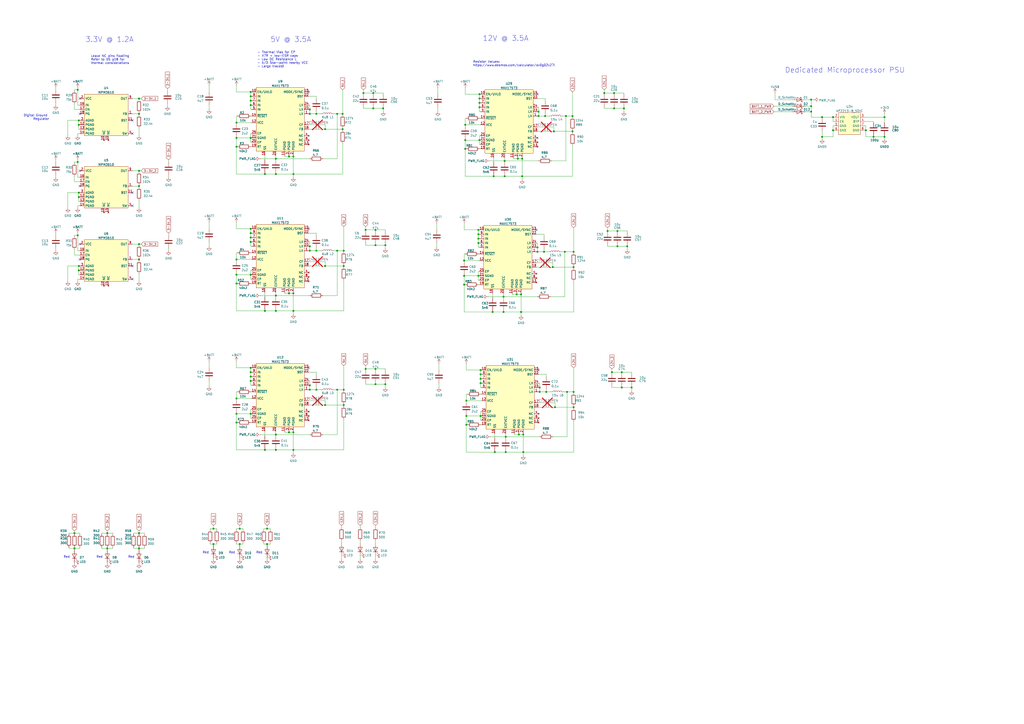
<source format=kicad_sch>
(kicad_sch (version 20230121) (generator eeschema)
  (paper "A2")
  (junction (at 170.18 90.805))
  (junction (at 476.885 79.375))
  (junction (at 145.415 55.88))
  (junction (at 160.02 100.965))
  (junction (at 170.18 250.825))
  (junction (at 292.1 172.085))
  (junction (at 80.645 318.135))
  (junction (at 160.02 252.095))
  (junction (at 137.16 245.11))
  (junction (at 286.385 102.235))
  (junction (at 366.395 224.79))
  (junction (at 269.875 86.36))
  (junction (at 195.58 226.06))
  (junction (at 311.785 143.51))
  (junction (at 303.53 252.095))
  (junction (at 216.535 62.865))
  (junction (at 483.235 75.565))
  (junction (at 332.74 236.22))
  (junction (at 188.595 234.95))
  (junction (at 145.415 80.01))
  (junction (at 45.085 93.98))
  (junction (at 145.415 60.96))
  (junction (at 199.39 226.06))
  (junction (at 292.735 102.235))
  (junction (at 278.13 57.15))
  (junction (at 313.055 224.79))
  (junction (at 179.705 226.06))
  (junction (at 80.645 141.605))
  (junction (at 145.415 213.36))
  (junction (at 506.73 79.375))
  (junction (at 513.08 67.945))
  (junction (at 360.68 224.79))
  (junction (at 45.72 154.305))
  (junction (at 315.595 146.05))
  (junction (at 313.055 227.33))
  (junction (at 277.495 140.97))
  (junction (at 223.52 222.885))
  (junction (at 269.24 160.02))
  (junction (at 188.595 154.305))
  (junction (at 80.645 66.04))
  (junction (at 170.18 100.965))
  (junction (at 278.13 59.69))
  (junction (at 45.72 69.85))
  (junction (at 285.75 180.975))
  (junction (at 332.74 146.05))
  (junction (at 145.415 135.255))
  (junction (at 277.495 133.35))
  (junction (at 145.415 140.335))
  (junction (at 302.895 102.235))
  (junction (at 179.705 142.875))
  (junction (at 299.72 170.815))
  (junction (at 153.67 260.985))
  (junction (at 62.23 318.135))
  (junction (at 328.295 67.31))
  (junction (at 170.18 180.34))
  (junction (at 358.14 142.875))
  (junction (at 80.645 309.245))
  (junction (at 222.25 62.865))
  (junction (at 269.24 151.13))
  (junction (at 316.865 227.33))
  (junction (at 137.16 159.385))
  (junction (at 303.53 262.255))
  (junction (at 300.99 252.095))
  (junction (at 332.74 227.33))
  (junction (at 45.72 72.39))
  (junction (at 137.16 240.03))
  (junction (at 470.535 61.595))
  (junction (at 320.675 154.94))
  (junction (at 316.23 67.31))
  (junction (at 145.415 220.98))
  (junction (at 292.735 93.345))
  (junction (at 217.805 133.35))
  (junction (at 145.415 159.385))
  (junction (at 321.945 236.22))
  (junction (at 292.1 180.975))
  (junction (at 470.535 64.77))
  (junction (at 167.64 90.805))
  (junction (at 145.415 53.34))
  (junction (at 167.64 170.18))
  (junction (at 269.875 81.28))
  (junction (at 358.14 133.985))
  (junction (at 328.93 227.33))
  (junction (at 170.18 260.985))
  (junction (at 183.515 145.415))
  (junction (at 80.645 107.95))
  (junction (at 199.39 234.95))
  (junction (at 137.16 231.14))
  (junction (at 154.94 306.705))
  (junction (at 167.64 250.825))
  (junction (at 277.495 160.02))
  (junction (at 302.26 170.815))
  (junction (at 139.065 315.595))
  (junction (at 293.37 253.365))
  (junction (at 278.13 81.28))
  (junction (at 332.105 67.31))
  (junction (at 270.51 232.41))
  (junction (at 217.805 142.24))
  (junction (at 198.755 74.93))
  (junction (at 137.16 85.09))
  (junction (at 223.52 142.24))
  (junction (at 210.82 53.975))
  (junction (at 195.58 66.04))
  (junction (at 269.875 72.39))
  (junction (at 270.51 246.38))
  (junction (at 179.705 63.5))
  (junction (at 199.39 145.415))
  (junction (at 62.23 309.245))
  (junction (at 278.13 62.23))
  (junction (at 278.765 219.71))
  (junction (at 361.95 62.865))
  (junction (at 188.595 74.93))
  (junction (at 302.895 92.075))
  (junction (at 287.02 262.255))
  (junction (at 216.535 53.975))
  (junction (at 153.67 100.965))
  (junction (at 470.535 57.785))
  (junction (at 160.02 180.34))
  (junction (at 300.355 92.075))
  (junction (at 170.18 170.18))
  (junction (at 145.415 132.715))
  (junction (at 137.16 164.465))
  (junction (at 476.885 67.945))
  (junction (at 123.825 315.595))
  (junction (at 145.415 215.9))
  (junction (at 43.18 309.245))
  (junction (at 483.235 67.945))
  (junction (at 45.72 111.76))
  (junction (at 45.72 114.3))
  (junction (at 311.785 146.05))
  (junction (at 293.37 262.255))
  (junction (at 160.02 171.45))
  (junction (at 278.765 214.63))
  (junction (at 160.02 260.985))
  (junction (at 270.51 241.3))
  (junction (at 356.235 62.865))
  (junction (at 278.13 54.61))
  (junction (at 154.94 315.595))
  (junction (at 139.065 306.705))
  (junction (at 212.09 133.35))
  (junction (at 145.415 58.42))
  (junction (at 278.765 222.25))
  (junction (at 183.515 66.04))
  (junction (at 277.495 135.89))
  (junction (at 356.235 53.975))
  (junction (at 179.705 66.04))
  (junction (at 199.39 154.305))
  (junction (at 332.105 76.2))
  (junction (at 350.52 53.975))
  (junction (at 212.09 213.995))
  (junction (at 321.31 76.2))
  (junction (at 513.08 79.375))
  (junction (at 312.42 64.77))
  (junction (at 80.645 57.15))
  (junction (at 145.415 218.44))
  (junction (at 179.705 223.52))
  (junction (at 195.58 145.415))
  (junction (at 352.425 133.985))
  (junction (at 183.515 226.06))
  (junction (at 217.805 213.995))
  (junction (at 160.02 92.075))
  (junction (at 502.285 75.565))
  (junction (at 269.24 165.1))
  (junction (at 278.765 217.17))
  (junction (at 179.705 145.415))
  (junction (at 360.68 215.9))
  (junction (at 123.825 306.705))
  (junction (at 312.42 67.31))
  (junction (at 354.965 215.9))
  (junction (at 217.805 222.885))
  (junction (at 153.67 180.34))
  (junction (at 145.415 137.795))
  (junction (at 45.72 156.845))
  (junction (at 363.855 142.875))
  (junction (at 327.66 146.05))
  (junction (at 137.16 80.01))
  (junction (at 198.755 66.04))
  (junction (at 137.16 150.495))
  (junction (at 145.415 240.03))
  (junction (at 45.085 52.07))
  (junction (at 80.645 150.495))
  (junction (at 277.495 138.43))
  (junction (at 80.645 99.06))
  (junction (at 278.765 241.3))
  (junction (at 43.18 318.135))
  (junction (at 332.74 154.94))
  (junction (at 137.16 71.12))
  (junction (at 45.085 136.525))
  (junction (at 302.26 180.975))
  (no_connect (at 76.835 119.38))
  (no_connect (at 46.355 150.495))
  (no_connect (at 179.07 213.36))
  (no_connect (at 46.355 107.95))
  (no_connect (at 179.07 132.715))
  (no_connect (at 76.835 111.76))
  (no_connect (at 76.835 77.47))
  (no_connect (at 312.42 214.63))
  (no_connect (at 311.15 133.35))
  (no_connect (at 76.835 154.305))
  (no_connect (at 76.835 69.85))
  (no_connect (at 46.355 66.04))
  (no_connect (at 76.835 161.925))
  (no_connect (at 46.355 57.15))
  (no_connect (at 46.355 99.06))
  (no_connect (at 46.355 141.605))
  (no_connect (at 311.785 54.61))
  (no_connect (at 179.07 53.34))
  (wire (pts (xy 146.05 150.495) (xy 137.16 150.495)))
  (wire (pts (xy 46.355 309.88) (xy 46.355 309.245)))
  (wire (pts (xy 62.23 318.135) (xy 65.405 318.135)))
  (wire (pts (xy 137.16 164.465) (xy 137.795 164.465)))
  (wire (pts (xy 277.495 135.89) (xy 278.13 135.89)))
  (wire (pts (xy 212.09 213.995) (xy 217.805 213.995)))
  (wire (pts (xy 179.07 74.93) (xy 188.595 74.93)))
  (wire (pts (xy 151.13 252.095) (xy 160.02 252.095)))
  (wire (pts (xy 187.96 151.765) (xy 188.595 151.765)))
  (wire (pts (xy 326.39 67.31) (xy 328.295 67.31)))
  (wire (pts (xy 313.055 224.79) (xy 312.42 224.79)))
  (wire (pts (xy 179.07 60.96) (xy 179.705 60.96)))
  (wire (pts (xy 253.365 140.97) (xy 253.365 143.51)))
  (wire (pts (xy 212.09 131.445) (xy 212.09 133.35)))
  (wire (pts (xy 80.645 318.135) (xy 83.82 318.135)))
  (wire (pts (xy 297.815 92.075) (xy 300.355 92.075)))
  (wire (pts (xy 145.415 60.96) (xy 145.415 63.5)))
  (wire (pts (xy 195.58 252.095) (xy 195.58 226.06)))
  (wire (pts (xy 137.16 85.09) (xy 137.795 85.09)))
  (wire (pts (xy 137.16 132.715) (xy 137.16 128.905)))
  (wire (pts (xy 278.765 224.79) (xy 279.4 224.79)))
  (wire (pts (xy 160.02 100.965) (xy 170.18 100.965)))
  (wire (pts (xy 279.4 232.41) (xy 270.51 232.41)))
  (wire (pts (xy 156.845 314.96) (xy 156.845 315.595)))
  (wire (pts (xy 278.13 59.69) (xy 278.765 59.69)))
  (wire (pts (xy 212.09 212.09) (xy 212.09 213.995)))
  (wire (pts (xy 153.67 169.545) (xy 153.67 172.085)))
  (wire (pts (xy 217.805 322.58) (xy 217.805 324.485)))
  (wire (pts (xy 483.235 75.565) (xy 483.235 79.375)))
  (wire (pts (xy 167.64 250.825) (xy 170.18 250.825)))
  (wire (pts (xy 45.72 114.3) (xy 45.72 116.84)))
  (wire (pts (xy 366.395 224.79) (xy 366.395 224.155)))
  (wire (pts (xy 319.405 172.085) (xy 327.66 172.085)))
  (wire (pts (xy 46.355 63.5) (xy 43.18 63.5)))
  (wire (pts (xy 188.595 232.41) (xy 188.595 234.95)))
  (wire (pts (xy 278.765 81.28) (xy 278.13 81.28)))
  (wire (pts (xy 137.16 231.14) (xy 137.16 231.775)))
  (wire (pts (xy 216.535 62.865) (xy 210.82 62.865)))
  (wire (pts (xy 269.24 147.32) (xy 269.24 151.13)))
  (wire (pts (xy 137.16 100.965) (xy 153.67 100.965)))
  (wire (pts (xy 470.535 64.77) (xy 470.535 67.945)))
  (wire (pts (xy 121.92 306.705) (xy 123.825 306.705)))
  (wire (pts (xy 311.785 62.23) (xy 312.42 62.23)))
  (wire (pts (xy 269.875 86.36) (xy 269.875 102.235)))
  (wire (pts (xy 217.805 213.995) (xy 223.52 213.995)))
  (wire (pts (xy 46.355 161.925) (xy 45.085 161.925)))
  (wire (pts (xy 278.765 219.71) (xy 279.4 219.71)))
  (wire (pts (xy 40.005 317.5) (xy 40.005 318.135)))
  (wire (pts (xy 212.09 133.35) (xy 217.805 133.35)))
  (wire (pts (xy 270.51 241.3) (xy 270.51 246.38)))
  (wire (pts (xy 170.18 250.19) (xy 170.18 250.825)))
  (wire (pts (xy 254 50.8) (xy 254 54.61)))
  (wire (pts (xy 145.415 135.255) (xy 146.05 135.255)))
  (wire (pts (xy 278.13 151.13) (xy 269.24 151.13)))
  (wire (pts (xy 153.67 180.34) (xy 160.02 180.34)))
  (wire (pts (xy 97.79 135.255) (xy 97.79 136.525)))
  (wire (pts (xy 269.24 160.02) (xy 269.24 159.385)))
  (wire (pts (xy 311.15 152.4) (xy 312.42 152.4)))
  (wire (pts (xy 320.04 152.4) (xy 320.675 152.4)))
  (wire (pts (xy 137.16 53.34) (xy 137.16 49.53)))
  (wire (pts (xy 302.895 92.075) (xy 302.895 102.235)))
  (wire (pts (xy 59.055 318.135) (xy 62.23 318.135)))
  (wire (pts (xy 160.02 252.095) (xy 160.02 252.73)))
  (wire (pts (xy 76.835 57.15) (xy 80.645 57.15)))
  (wire (pts (xy 315.595 144.78) (xy 315.595 146.05)))
  (wire (pts (xy 165.1 170.18) (xy 167.64 170.18)))
  (wire (pts (xy 145.415 77.47) (xy 145.415 80.01)))
  (wire (pts (xy 160.02 179.705) (xy 160.02 180.34)))
  (wire (pts (xy 222.25 62.865) (xy 222.25 64.77)))
  (wire (pts (xy 80.645 326.39) (xy 80.645 327.025)))
  (wire (pts (xy 366.395 215.9) (xy 360.68 215.9)))
  (wire (pts (xy 170.18 260.985) (xy 170.18 262.89)))
  (wire (pts (xy 145.415 58.42) (xy 146.05 58.42)))
  (wire (pts (xy 320.04 93.345) (xy 328.295 93.345)))
  (wire (pts (xy 45.72 69.85) (xy 46.355 69.85)))
  (wire (pts (xy 125.73 307.34) (xy 125.73 306.705)))
  (wire (pts (xy 476.885 80.645) (xy 476.885 79.375)))
  (wire (pts (xy 332.74 244.475) (xy 332.74 262.255)))
  (wire (pts (xy 467.36 61.595) (xy 470.535 61.595)))
  (wire (pts (xy 302.26 180.975) (xy 332.74 180.975)))
  (wire (pts (xy 350.52 54.61) (xy 350.52 53.975)))
  (wire (pts (xy 46.355 77.47) (xy 45.085 77.47)))
  (wire (pts (xy 332.74 235.585) (xy 332.74 236.22)))
  (wire (pts (xy 199.39 226.695) (xy 199.39 226.06)))
  (wire (pts (xy 145.415 156.845) (xy 145.415 159.385)))
  (wire (pts (xy 45.72 156.845) (xy 45.72 159.385)))
  (wire (pts (xy 179.705 145.415) (xy 183.515 145.415)))
  (wire (pts (xy 145.415 213.36) (xy 145.415 215.9)))
  (wire (pts (xy 62.23 307.975) (xy 62.23 309.245)))
  (wire (pts (xy 311.785 143.51) (xy 311.785 146.05)))
  (wire (pts (xy 170.18 180.34) (xy 170.18 182.245)))
  (wire (pts (xy 137.795 146.685) (xy 137.16 146.685)))
  (wire (pts (xy 332.74 132.08) (xy 332.74 146.05)))
  (wire (pts (xy 297.815 91.44) (xy 297.815 92.075)))
  (wire (pts (xy 165.1 250.19) (xy 165.1 250.825)))
  (wire (pts (xy 154.94 323.85) (xy 154.94 324.485)))
  (wire (pts (xy 179.705 66.04) (xy 183.515 66.04)))
  (wire (pts (xy 80.645 309.88) (xy 80.645 309.245)))
  (wire (pts (xy 293.37 262.255) (xy 303.53 262.255)))
  (wire (pts (xy 145.415 142.875) (xy 146.05 142.875)))
  (wire (pts (xy 39.37 154.305) (xy 45.72 154.305)))
  (wire (pts (xy 217.805 222.25) (xy 217.805 222.885)))
  (wire (pts (xy 354.965 224.79) (xy 354.965 224.155)))
  (wire (pts (xy 59.055 309.88) (xy 59.055 309.245)))
  (wire (pts (xy 121.92 314.96) (xy 121.92 315.595)))
  (wire (pts (xy 198.12 313.69) (xy 198.12 314.96)))
  (wire (pts (xy 269.24 180.975) (xy 285.75 180.975)))
  (wire (pts (xy 501.65 67.945) (xy 513.08 67.945)))
  (wire (pts (xy 217.805 222.885) (xy 223.52 222.885)))
  (wire (pts (xy 278.765 222.25) (xy 279.4 222.25)))
  (wire (pts (xy 46.355 119.38) (xy 45.085 119.38)))
  (wire (pts (xy 199.39 146.05) (xy 199.39 145.415)))
  (wire (pts (xy 153.67 260.35) (xy 153.67 260.985)))
  (wire (pts (xy 302.895 91.44) (xy 302.895 92.075)))
  (wire (pts (xy 80.645 74.295) (xy 80.645 78.74)))
  (wire (pts (xy 145.415 220.98) (xy 146.05 220.98)))
  (wire (pts (xy 43.18 93.98) (xy 45.085 93.98)))
  (wire (pts (xy 76.835 99.06) (xy 80.645 99.06)))
  (wire (pts (xy 170.18 180.34) (xy 199.39 180.34)))
  (wire (pts (xy 208.915 304.8) (xy 208.915 306.07)))
  (wire (pts (xy 80.645 99.06) (xy 81.915 99.06)))
  (wire (pts (xy 278.13 64.77) (xy 278.765 64.77)))
  (wire (pts (xy 278.765 78.74) (xy 278.13 78.74)))
  (wire (pts (xy 278.13 81.28) (xy 269.875 81.28)))
  (wire (pts (xy 46.355 145.415) (xy 45.085 145.415)))
  (wire (pts (xy 156.845 307.34) (xy 156.845 306.705)))
  (wire (pts (xy 183.515 215.9) (xy 179.07 215.9)))
  (wire (pts (xy 300.355 91.44) (xy 300.355 92.075)))
  (wire (pts (xy 43.18 317.5) (xy 43.18 318.135)))
  (wire (pts (xy 145.415 218.44) (xy 146.05 218.44)))
  (wire (pts (xy 270.51 262.255) (xy 287.02 262.255)))
  (wire (pts (xy 269.875 54.61) (xy 269.875 50.8)))
  (wire (pts (xy 80.645 57.15) (xy 81.915 57.15)))
  (wire (pts (xy 154.94 316.23) (xy 154.94 315.595)))
  (wire (pts (xy 216.535 53.975) (xy 222.25 53.975)))
  (wire (pts (xy 253.365 129.54) (xy 253.365 133.35)))
  (wire (pts (xy 188.595 72.39) (xy 188.595 74.93)))
  (wire (pts (xy 271.145 228.6) (xy 270.51 228.6)))
  (wire (pts (xy 121.92 315.595) (xy 123.825 315.595)))
  (wire (pts (xy 146.05 82.55) (xy 145.415 82.55)))
  (wire (pts (xy 361.95 53.975) (xy 361.95 54.61)))
  (wire (pts (xy 43.18 144.78) (xy 43.18 147.955)))
  (wire (pts (xy 198.12 304.8) (xy 198.12 306.07)))
  (wire (pts (xy 217.805 133.35) (xy 223.52 133.35)))
  (wire (pts (xy 45.085 93.98) (xy 45.085 92.71)))
  (wire (pts (xy 145.415 159.385) (xy 145.415 161.925)))
  (wire (pts (xy 315.595 135.89) (xy 311.15 135.89)))
  (wire (pts (xy 312.42 222.25) (xy 313.055 222.25)))
  (wire (pts (xy 212.09 213.995) (xy 212.09 214.63)))
  (wire (pts (xy 278.765 241.3) (xy 270.51 241.3)))
  (wire (pts (xy 299.72 170.18) (xy 299.72 170.815)))
  (wire (pts (xy 146.05 161.925) (xy 145.415 161.925)))
  (wire (pts (xy 121.285 140.335) (xy 121.285 142.875)))
  (wire (pts (xy 137.16 53.34) (xy 145.415 53.34)))
  (wire (pts (xy 40.005 309.88) (xy 40.005 309.245)))
  (wire (pts (xy 328.295 67.31) (xy 332.105 67.31)))
  (wire (pts (xy 198.755 66.675) (xy 198.755 66.04)))
  (wire (pts (xy 46.355 102.87) (xy 45.085 102.87)))
  (wire (pts (xy 179.705 220.98) (xy 179.705 223.52)))
  (wire (pts (xy 80.645 307.975) (xy 80.645 309.245)))
  (wire (pts (xy 302.26 170.18) (xy 302.26 170.815)))
  (wire (pts (xy 300.99 251.46) (xy 300.99 252.095)))
  (wire (pts (xy 145.415 80.01) (xy 145.415 82.55)))
  (wire (pts (xy 43.18 326.39) (xy 43.18 327.025)))
  (wire (pts (xy 167.64 170.18) (xy 170.18 170.18)))
  (wire (pts (xy 43.18 60.325) (xy 43.18 63.5)))
  (wire (pts (xy 311.15 140.97) (xy 311.785 140.97)))
  (wire (pts (xy 45.72 154.305) (xy 46.355 154.305)))
  (wire (pts (xy 165.1 90.805) (xy 167.64 90.805)))
  (wire (pts (xy 59.055 317.5) (xy 59.055 318.135)))
  (wire (pts (xy 179.705 142.875) (xy 179.07 142.875)))
  (wire (pts (xy 287.02 262.255) (xy 293.37 262.255)))
  (wire (pts (xy 195.58 171.45) (xy 195.58 145.415)))
  (wire (pts (xy 170.18 170.18) (xy 170.18 180.34)))
  (wire (pts (xy 145.415 63.5) (xy 146.05 63.5)))
  (wire (pts (xy 188.595 154.305) (xy 199.39 154.305)))
  (wire (pts (xy 146.05 159.385) (xy 145.415 159.385)))
  (wire (pts (xy 278.13 54.61) (xy 278.13 57.15)))
  (wire (pts (xy 311.785 67.31) (xy 312.42 67.31)))
  (wire (pts (xy 43.18 318.135) (xy 46.355 318.135)))
  (wire (pts (xy 254 62.23) (xy 254 64.77)))
  (wire (pts (xy 160.02 92.075) (xy 160.02 92.71)))
  (wire (pts (xy 167.64 90.805) (xy 170.18 90.805)))
  (wire (pts (xy 483.235 73.025) (xy 483.235 75.565)))
  (wire (pts (xy 145.415 215.9) (xy 146.05 215.9)))
  (wire (pts (xy 356.235 53.975) (xy 356.235 54.61)))
  (wire (pts (xy 183.515 224.79) (xy 183.515 226.06)))
  (wire (pts (xy 179.705 142.875) (xy 179.705 145.415)))
  (wire (pts (xy 332.74 236.22) (xy 332.74 236.855)))
  (wire (pts (xy 332.105 84.455) (xy 332.105 102.235)))
  (wire (pts (xy 80.645 158.75) (xy 80.645 163.195)))
  (wire (pts (xy 137.16 180.34) (xy 153.67 180.34)))
  (wire (pts (xy 321.31 233.68) (xy 321.945 233.68)))
  (wire (pts (xy 269.875 81.28) (xy 269.875 86.36)))
  (wire (pts (xy 145.415 240.03) (xy 145.415 242.57)))
  (wire (pts (xy 277.495 140.97) (xy 278.13 140.97)))
  (wire (pts (xy 123.825 323.85) (xy 123.825 324.485)))
  (wire (pts (xy 321.945 233.68) (xy 321.945 236.22)))
  (wire (pts (xy 278.13 162.56) (xy 277.495 162.56)))
  (wire (pts (xy 77.47 317.5) (xy 77.47 318.135)))
  (wire (pts (xy 332.105 67.945) (xy 332.105 67.31)))
  (wire (pts (xy 80.645 318.135) (xy 80.645 318.77)))
  (wire (pts (xy 160.02 169.545) (xy 160.02 171.45)))
  (wire (pts (xy 278.765 222.25) (xy 278.765 224.79)))
  (wire (pts (xy 278.765 217.17) (xy 278.765 219.71)))
  (wire (pts (xy 165.1 169.545) (xy 165.1 170.18)))
  (wire (pts (xy 303.53 251.46) (xy 303.53 252.095)))
  (wire (pts (xy 332.74 146.685) (xy 332.74 146.05)))
  (wire (pts (xy 121.285 220.98) (xy 121.285 224.155)))
  (wire (pts (xy 139.065 306.705) (xy 140.97 306.705)))
  (wire (pts (xy 325.755 146.05) (xy 327.66 146.05)))
  (wire (pts (xy 278.13 157.48) (xy 277.495 157.48)))
  (wire (pts (xy 449.58 53.975) (xy 449.58 57.785)))
  (wire (pts (xy 145.415 60.96) (xy 146.05 60.96)))
  (wire (pts (xy 278.765 214.63) (xy 279.4 214.63)))
  (wire (pts (xy 315.595 146.05) (xy 318.135 146.05)))
  (wire (pts (xy 179.705 223.52) (xy 179.705 226.06)))
  (wire (pts (xy 46.355 159.385) (xy 45.72 159.385)))
  (wire (pts (xy 43.18 93.98) (xy 43.18 94.615)))
  (wire (pts (xy 183.515 66.04) (xy 186.055 66.04)))
  (wire (pts (xy 137.16 159.385) (xy 137.16 164.465)))
  (wire (pts (xy 448.945 61.595) (xy 459.74 61.595)))
  (wire (pts (xy 145.415 80.01) (xy 137.16 80.01)))
  (wire (pts (xy 316.865 218.44) (xy 316.865 217.17)))
  (wire (pts (xy 76.835 150.495) (xy 80.645 150.495)))
  (wire (pts (xy 153.035 314.96) (xy 153.035 315.595)))
  (wire (pts (xy 286.385 101.6) (xy 286.385 102.235)))
  (wire (pts (xy 513.08 71.12) (xy 513.08 67.945)))
  (wire (pts (xy 269.875 54.61) (xy 278.13 54.61)))
  (wire (pts (xy 160.02 260.35) (xy 160.02 260.985)))
  (wire (pts (xy 278.765 238.76) (xy 278.765 241.3)))
  (wire (pts (xy 39.37 111.76) (xy 39.37 120.65)))
  (wire (pts (xy 39.37 69.85) (xy 39.37 78.74)))
  (wire (pts (xy 350.52 62.865) (xy 350.52 62.23)))
  (wire (pts (xy 140.97 307.34) (xy 140.97 306.705)))
  (wire (pts (xy 179.07 72.39) (xy 180.34 72.39)))
  (wire (pts (xy 292.1 172.085) (xy 311.785 172.085)))
  (wire (pts (xy 297.18 170.18) (xy 297.18 170.815)))
  (wire (pts (xy 316.865 227.33) (xy 319.405 227.33)))
  (wire (pts (xy 199.39 234.315) (xy 199.39 234.95)))
  (wire (pts (xy 160.02 171.45) (xy 179.705 171.45)))
  (wire (pts (xy 277.495 160.02) (xy 277.495 162.56)))
  (wire (pts (xy 278.765 214.63) (xy 278.765 217.17)))
  (wire (pts (xy 269.875 147.32) (xy 269.24 147.32)))
  (wire (pts (xy 483.235 75.565) (xy 483.87 75.565)))
  (wire (pts (xy 146.05 77.47) (xy 145.415 77.47)))
  (wire (pts (xy 80.645 141.605) (xy 81.915 141.605)))
  (wire (pts (xy 513.08 78.74) (xy 513.08 79.375)))
  (wire (pts (xy 145.415 132.715) (xy 145.415 135.255)))
  (wire (pts (xy 216.535 62.865) (xy 222.25 62.865)))
  (wire (pts (xy 137.16 245.11) (xy 137.16 260.985)))
  (wire (pts (xy 137.16 314.96) (xy 137.16 315.595)))
  (wire (pts (xy 76.835 141.605) (xy 80.645 141.605)))
  (wire (pts (xy 139.065 323.85) (xy 139.065 324.485)))
  (wire (pts (xy 137.16 307.34) (xy 137.16 306.705)))
  (wire (pts (xy 313.055 224.79) (xy 313.055 227.33)))
  (wire (pts (xy 167.64 90.17) (xy 167.64 90.805)))
  (wire (pts (xy 170.18 100.965) (xy 198.755 100.965)))
  (wire (pts (xy 277.495 157.48) (xy 277.495 160.02)))
  (wire (pts (xy 62.23 318.135) (xy 62.23 318.77)))
  (wire (pts (xy 121.92 307.34) (xy 121.92 306.705)))
  (wire (pts (xy 80.645 116.205) (xy 80.645 120.65)))
  (wire (pts (xy 332.74 154.94) (xy 332.74 155.575)))
  (wire (pts (xy 179.07 234.95) (xy 188.595 234.95)))
  (wire (pts (xy 140.97 314.96) (xy 140.97 315.595)))
  (wire (pts (xy 146.05 240.03) (xy 145.415 240.03)))
  (wire (pts (xy 45.085 52.07) (xy 45.085 50.8)))
  (wire (pts (xy 210.82 52.07) (xy 210.82 53.975)))
  (wire (pts (xy 183.515 55.88) (xy 179.07 55.88)))
  (wire (pts (xy 502.285 79.375) (xy 506.73 79.375)))
  (wire (pts (xy 80.645 57.785) (xy 80.645 57.15)))
  (wire (pts (xy 298.45 251.46) (xy 298.45 252.095)))
  (wire (pts (xy 137.16 85.09) (xy 137.16 100.965)))
  (wire (pts (xy 145.415 67.31) (xy 146.05 67.31)))
  (wire (pts (xy 45.72 154.305) (xy 45.72 156.845)))
  (wire (pts (xy 137.16 260.985) (xy 153.67 260.985)))
  (wire (pts (xy 292.735 101.6) (xy 292.735 102.235)))
  (wire (pts (xy 45.085 119.38) (xy 45.085 120.65)))
  (wire (pts (xy 278.13 59.69) (xy 278.13 62.23)))
  (wire (pts (xy 277.495 140.97) (xy 277.495 143.51)))
  (wire (pts (xy 45.085 60.96) (xy 45.085 52.07)))
  (wire (pts (xy 350.52 53.975) (xy 356.235 53.975)))
  (wire (pts (xy 43.18 318.135) (xy 43.18 318.77)))
  (wire (pts (xy 470.535 61.595) (xy 470.535 64.77)))
  (wire (pts (xy 366.395 215.9) (xy 366.395 216.535)))
  (wire (pts (xy 179.07 145.415) (xy 179.705 145.415)))
  (wire (pts (xy 223.52 213.995) (xy 223.52 214.63)))
  (wire (pts (xy 125.73 314.96) (xy 125.73 315.595)))
  (wire (pts (xy 183.515 135.255) (xy 179.07 135.255)))
  (wire (pts (xy 467.36 64.77) (xy 470.535 64.77)))
  (wire (pts (xy 45.72 111.76) (xy 45.72 114.3)))
  (wire (pts (xy 170.18 169.545) (xy 170.18 170.18)))
  (wire (pts (xy 470.535 67.945) (xy 476.885 67.945)))
  (wire (pts (xy 311.785 73.66) (xy 313.055 73.66)))
  (wire (pts (xy 45.72 72.39) (xy 45.72 74.93)))
  (wire (pts (xy 170.18 90.805) (xy 170.18 100.965)))
  (wire (pts (xy 199.39 243.205) (xy 199.39 260.985)))
  (wire (pts (xy 121.285 128.905) (xy 121.285 132.715)))
  (wire (pts (xy 311.785 140.97) (xy 311.785 143.51)))
  (wire (pts (xy 179.705 226.06) (xy 183.515 226.06)))
  (wire (pts (xy 360.68 224.155) (xy 360.68 224.79)))
  (wire (pts (xy 199.39 162.56) (xy 199.39 180.34)))
  (wire (pts (xy 312.42 67.31) (xy 316.23 67.31)))
  (wire (pts (xy 320.675 73.66) (xy 321.31 73.66)))
  (wire (pts (xy 179.07 232.41) (xy 180.34 232.41)))
  (wire (pts (xy 311.785 143.51) (xy 311.15 143.51)))
  (wire (pts (xy 145.415 240.03) (xy 137.16 240.03)))
  (wire (pts (xy 137.16 213.36) (xy 145.415 213.36)))
  (wire (pts (xy 303.53 252.095) (xy 303.53 262.255)))
  (wire (pts (xy 321.31 73.66) (xy 321.31 76.2)))
  (wire (pts (xy 43.18 136.525) (xy 43.18 137.16)))
  (wire (pts (xy 80.645 317.5) (xy 80.645 318.135)))
  (wire (pts (xy 223.52 222.25) (xy 223.52 222.885)))
  (wire (pts (xy 145.415 237.49) (xy 145.415 240.03)))
  (wire (pts (xy 145.415 53.34) (xy 146.05 53.34)))
  (wire (pts (xy 146.05 80.01) (xy 145.415 80.01)))
  (wire (pts (xy 77.47 318.135) (xy 80.645 318.135)))
  (wire (pts (xy 145.415 58.42) (xy 145.415 60.96)))
  (wire (pts (xy 361.95 62.865) (xy 361.95 64.77)))
  (wire (pts (xy 154.94 315.595) (xy 156.845 315.595)))
  (wire (pts (xy 46.355 60.96) (xy 45.085 60.96)))
  (wire (pts (xy 43.18 136.525) (xy 45.085 136.525)))
  (wire (pts (xy 45.72 111.76) (xy 46.355 111.76)))
  (wire (pts (xy 327.66 172.085) (xy 327.66 146.05)))
  (wire (pts (xy 183.515 57.15) (xy 183.515 55.88)))
  (wire (pts (xy 277.495 160.02) (xy 269.24 160.02)))
  (wire (pts (xy 217.805 304.8) (xy 217.805 306.07)))
  (wire (pts (xy 356.235 62.23) (xy 356.235 62.865)))
  (wire (pts (xy 137.16 67.31) (xy 137.16 71.12)))
  (wire (pts (xy 278.13 57.15) (xy 278.13 59.69)))
  (wire (pts (xy 198.755 52.07) (xy 198.755 66.04)))
  (wire (pts (xy 43.18 102.235) (xy 43.18 105.41)))
  (wire (pts (xy 179.07 220.98) (xy 179.705 220.98)))
  (wire (pts (xy 45.72 72.39) (xy 46.355 72.39)))
  (wire (pts (xy 358.14 133.985) (xy 358.14 134.62)))
  (wire (pts (xy 139.065 304.8) (xy 139.065 306.705)))
  (wire (pts (xy 151.13 92.075) (xy 160.02 92.075)))
  (wire (pts (xy 170.18 90.17) (xy 170.18 90.805)))
  (wire (pts (xy 80.645 66.04) (xy 80.645 66.675)))
  (wire (pts (xy 43.18 307.975) (xy 43.18 309.245)))
  (wire (pts (xy 121.285 49.53) (xy 121.285 53.34)))
  (wire (pts (xy 313.055 222.25) (xy 313.055 224.79)))
  (wire (pts (xy 277.495 138.43) (xy 278.13 138.43)))
  (wire (pts (xy 45.085 145.415) (xy 45.085 136.525)))
  (wire (pts (xy 97.79 101.6) (xy 97.79 102.87)))
  (wire (pts (xy 97.155 51.435) (xy 97.155 52.705)))
  (wire (pts (xy 352.425 133.985) (xy 358.14 133.985)))
  (wire (pts (xy 137.16 240.03) (xy 137.16 239.395)))
  (wire (pts (xy 62.23 309.245) (xy 65.405 309.245)))
  (wire (pts (xy 222.25 53.975) (xy 222.25 54.61)))
  (wire (pts (xy 137.16 150.495) (xy 137.16 151.13)))
  (wire (pts (xy 285.75 180.34) (xy 285.75 180.975)))
  (wire (pts (xy 302.895 102.235) (xy 302.895 104.14)))
  (wire (pts (xy 153.035 307.34) (xy 153.035 306.705)))
  (wire (pts (xy 45.085 161.925) (xy 45.085 163.195)))
  (wire (pts (xy 302.26 170.815) (xy 302.26 180.975)))
  (wire (pts (xy 32.385 135.255) (xy 32.385 136.525)))
  (wire (pts (xy 311.785 146.05) (xy 315.595 146.05)))
  (wire (pts (xy 123.825 306.705) (xy 125.73 306.705)))
  (wire (pts (xy 183.515 136.525) (xy 183.515 135.255)))
  (wire (pts (xy 137.16 132.715) (xy 145.415 132.715)))
  (wire (pts (xy 208.915 313.69) (xy 208.915 314.96)))
  (wire (pts (xy 312.42 227.33) (xy 313.055 227.33)))
  (wire (pts (xy 354.965 213.995) (xy 354.965 215.9)))
  (wire (pts (xy 210.82 53.975) (xy 216.535 53.975)))
  (wire (pts (xy 195.58 92.075) (xy 195.58 66.04)))
  (wire (pts (xy 80.645 65.405) (xy 80.645 66.04)))
  (wire (pts (xy 183.515 145.415) (xy 186.055 145.415)))
  (wire (pts (xy 187.96 232.41) (xy 188.595 232.41)))
  (wire (pts (xy 43.18 52.07) (xy 45.085 52.07)))
  (wire (pts (xy 45.085 136.525) (xy 45.085 135.255)))
  (wire (pts (xy 352.425 132.08) (xy 352.425 133.985)))
  (wire (pts (xy 312.42 62.23) (xy 312.42 64.77)))
  (wire (pts (xy 483.235 79.375) (xy 476.885 79.375)))
  (wire (pts (xy 223.52 142.24) (xy 223.52 144.145)))
  (wire (pts (xy 179.07 226.06) (xy 179.705 226.06)))
  (wire (pts (xy 286.385 102.235) (xy 292.735 102.235)))
  (wire (pts (xy 217.805 133.985) (xy 217.805 133.35)))
  (wire (pts (xy 286.385 91.44) (xy 286.385 93.98)))
  (wire (pts (xy 198.755 74.295) (xy 198.755 74.93)))
  (wire (pts (xy 145.415 135.255) (xy 145.415 137.795)))
  (wire (pts (xy 146.05 242.57) (xy 145.415 242.57)))
  (wire (pts (xy 32.385 92.71) (xy 32.385 93.98)))
  (wire (pts (xy 199.39 154.305) (xy 199.39 154.94)))
  (wire (pts (xy 217.805 313.69) (xy 217.805 314.96)))
  (wire (pts (xy 145.415 137.795) (xy 145.415 140.335)))
  (wire (pts (xy 160.02 252.095) (xy 179.705 252.095)))
  (wire (pts (xy 292.1 172.085) (xy 292.1 172.72)))
  (wire (pts (xy 153.67 100.33) (xy 153.67 100.965)))
  (wire (pts (xy 269.875 81.28) (xy 269.875 80.645)))
  (wire (pts (xy 316.23 57.15) (xy 311.785 57.15)))
  (wire (pts (xy 137.16 80.01) (xy 137.16 79.375)))
  (wire (pts (xy 46.355 74.93) (xy 45.72 74.93)))
  (wire (pts (xy 198.755 74.93) (xy 198.755 75.565)))
  (wire (pts (xy 300.355 92.075) (xy 302.895 92.075)))
  (wire (pts (xy 80.645 309.245) (xy 83.82 309.245)))
  (wire (pts (xy 46.355 147.955) (xy 43.18 147.955)))
  (wire (pts (xy 137.16 213.36) (xy 137.16 209.55)))
  (wire (pts (xy 350.52 52.07) (xy 350.52 53.975)))
  (wire (pts (xy 311.15 154.94) (xy 320.675 154.94)))
  (wire (pts (xy 277.495 133.35) (xy 277.495 135.89)))
  (wire (pts (xy 160.02 100.33) (xy 160.02 100.965)))
  (wire (pts (xy 97.155 60.325) (xy 97.155 61.595)))
  (wire (pts (xy 278.765 72.39) (xy 269.875 72.39)))
  (wire (pts (xy 137.16 240.03) (xy 137.16 245.11)))
  (wire (pts (xy 352.425 142.875) (xy 352.425 142.24)))
  (wire (pts (xy 352.425 134.62) (xy 352.425 133.985)))
  (wire (pts (xy 293.37 251.46) (xy 293.37 253.365)))
  (wire (pts (xy 137.795 67.31) (xy 137.16 67.31)))
  (wire (pts (xy 187.325 92.075) (xy 195.58 92.075)))
  (wire (pts (xy 97.79 92.71) (xy 97.79 93.98)))
  (wire (pts (xy 270.51 214.63) (xy 270.51 210.82)))
  (wire (pts (xy 170.18 260.985) (xy 199.39 260.985)))
  (wire (pts (xy 179.705 140.335) (xy 179.705 142.875)))
  (wire (pts (xy 312.42 236.22) (xy 321.945 236.22)))
  (wire (pts (xy 170.18 100.965) (xy 170.18 102.87)))
  (wire (pts (xy 292.1 170.18) (xy 292.1 172.085)))
  (wire (pts (xy 195.58 226.06) (xy 199.39 226.06)))
  (wire (pts (xy 179.07 66.04) (xy 179.705 66.04)))
  (wire (pts (xy 32.385 59.69) (xy 32.385 60.96)))
  (wire (pts (xy 327.66 146.05) (xy 332.74 146.05)))
  (wire (pts (xy 315.595 137.16) (xy 315.595 135.89)))
  (wire (pts (xy 65.405 317.5) (xy 65.405 318.135)))
  (wire (pts (xy 80.645 99.695) (xy 80.645 99.06)))
  (wire (pts (xy 80.645 107.315) (xy 80.645 107.95)))
  (wire (pts (xy 216.535 62.23) (xy 216.535 62.865)))
  (wire (pts (xy 183.515 226.06) (xy 186.055 226.06)))
  (wire (pts (xy 97.79 144.145) (xy 97.79 145.415)))
  (wire (pts (xy 145.415 227.33) (xy 146.05 227.33)))
  (wire (pts (xy 270.51 232.41) (xy 270.51 233.045)))
  (wire (pts (xy 277.495 147.32) (xy 278.13 147.32)))
  (wire (pts (xy 321.945 236.22) (xy 332.74 236.22)))
  (wire (pts (xy 297.18 170.815) (xy 299.72 170.815)))
  (wire (pts (xy 45.72 69.85) (xy 45.72 72.39)))
  (wire (pts (xy 501.65 75.565) (xy 502.285 75.565)))
  (wire (pts (xy 292.735 91.44) (xy 292.735 93.345)))
  (wire (pts (xy 222.25 62.23) (xy 222.25 62.865)))
  (wire (pts (xy 123.825 315.595) (xy 125.73 315.595)))
  (wire (pts (xy 311.15 146.05) (xy 311.785 146.05)))
  (wire (pts (xy 287.02 261.62) (xy 287.02 262.255)))
  (wire (pts (xy 328.93 253.365) (xy 328.93 227.33)))
  (wire (pts (xy 153.67 100.965) (xy 160.02 100.965)))
  (wire (pts (xy 269.875 102.235) (xy 286.385 102.235)))
  (wire (pts (xy 80.645 107.95) (xy 80.645 108.585)))
  (wire (pts (xy 212.09 133.35) (xy 212.09 133.985)))
  (wire (pts (xy 476.885 68.58) (xy 476.885 67.945)))
  (wire (pts (xy 123.825 316.23) (xy 123.825 315.595)))
  (wire (pts (xy 187.325 171.45) (xy 195.58 171.45)))
  (wire (pts (xy 165.1 250.825) (xy 167.64 250.825)))
  (wire (pts (xy 199.39 212.09) (xy 199.39 226.06)))
  (wire (pts (xy 320.675 154.94) (xy 332.74 154.94)))
  (wire (pts (xy 332.74 154.305) (xy 332.74 154.94)))
  (wire (pts (xy 179.07 151.765) (xy 180.34 151.765)))
  (wire (pts (xy 217.805 142.24) (xy 223.52 142.24)))
  (wire (pts (xy 279.4 243.84) (xy 278.765 243.84)))
  (wire (pts (xy 311.785 76.2) (xy 321.31 76.2)))
  (wire (pts (xy 153.67 90.17) (xy 153.67 92.71)))
  (wire (pts (xy 278.765 241.3) (xy 278.765 243.84)))
  (wire (pts (xy 448.945 64.77) (xy 459.74 64.77)))
  (wire (pts (xy 62.23 326.39) (xy 62.23 327.025)))
  (wire (pts (xy 483.235 73.025) (xy 483.87 73.025)))
  (wire (pts (xy 270.51 214.63) (xy 278.765 214.63)))
  (wire (pts (xy 137.16 159.385) (xy 137.16 158.75)))
  (wire (pts (xy 145.415 85.09) (xy 146.05 85.09)))
  (wire (pts (xy 361.95 53.975) (xy 356.235 53.975)))
  (wire (pts (xy 332.105 76.2) (xy 332.105 76.835)))
  (wire (pts (xy 501.65 73.025) (xy 502.285 73.025)))
  (wire (pts (xy 170.18 250.825) (xy 170.18 260.985)))
  (wire (pts (xy 43.18 309.245) (xy 46.355 309.245)))
  (wire (pts (xy 506.73 70.485) (xy 501.65 70.485)))
  (wire (pts (xy 316.865 226.06) (xy 316.865 227.33)))
  (wire (pts (xy 312.42 64.77) (xy 311.785 64.77)))
  (wire (pts (xy 293.37 261.62) (xy 293.37 262.255)))
  (wire (pts (xy 59.055 309.245) (xy 62.23 309.245)))
  (wire (pts (xy 328.93 227.33) (xy 332.74 227.33)))
  (wire (pts (xy 327.025 227.33) (xy 328.93 227.33)))
  (wire (pts (xy 352.425 142.875) (xy 358.14 142.875)))
  (wire (pts (xy 199.39 234.95) (xy 199.39 235.585)))
  (wire (pts (xy 40.005 318.135) (xy 43.18 318.135)))
  (wire (pts (xy 278.13 54.61) (xy 278.765 54.61)))
  (wire (pts (xy 80.645 150.495) (xy 80.645 151.13)))
  (wire (pts (xy 270.51 241.3) (xy 270.51 240.665)))
  (wire (pts (xy 278.765 83.82) (xy 278.13 83.82)))
  (wire (pts (xy 449.58 57.785) (xy 459.74 57.785)))
  (wire (pts (xy 277.495 133.35) (xy 278.13 133.35)))
  (wire (pts (xy 216.535 54.61) (xy 216.535 53.975)))
  (wire (pts (xy 354.965 224.79) (xy 360.68 224.79)))
  (wire (pts (xy 187.325 252.095) (xy 195.58 252.095)))
  (wire (pts (xy 137.16 227.33) (xy 137.16 231.14)))
  (wire (pts (xy 210.82 53.975) (xy 210.82 54.61)))
  (wire (pts (xy 223.52 141.605) (xy 223.52 142.24)))
  (wire (pts (xy 123.825 304.8) (xy 123.825 306.705)))
  (wire (pts (xy 506.73 79.375) (xy 506.73 78.74)))
  (wire (pts (xy 502.285 73.025) (xy 502.285 75.565)))
  (wire (pts (xy 77.47 309.245) (xy 80.645 309.245)))
  (wire (pts (xy 137.16 164.465) (xy 137.16 180.34)))
  (wire (pts (xy 360.68 224.79) (xy 366.395 224.79)))
  (wire (pts (xy 39.37 69.85) (xy 45.72 69.85)))
  (wire (pts (xy 354.965 215.9) (xy 360.68 215.9)))
  (wire (pts (xy 287.02 251.46) (xy 287.02 254)))
  (wire (pts (xy 153.67 260.985) (xy 160.02 260.985)))
  (wire (pts (xy 32.385 101.6) (xy 32.385 102.87)))
  (wire (pts (xy 269.875 86.36) (xy 270.51 86.36)))
  (wire (pts (xy 145.415 146.685) (xy 146.05 146.685)))
  (wire (pts (xy 45.085 77.47) (xy 45.085 78.74)))
  (wire (pts (xy 300.99 252.095) (xy 303.53 252.095)))
  (wire (pts (xy 145.415 140.335) (xy 145.415 142.875)))
  (wire (pts (xy 153.67 250.19) (xy 153.67 252.73)))
  (wire (pts (xy 332.74 213.36) (xy 332.74 227.33)))
  (wire (pts (xy 269.24 133.35) (xy 277.495 133.35)))
  (wire (pts (xy 145.415 218.44) (xy 145.415 220.98)))
  (wire (pts (xy 179.705 60.96) (xy 179.705 63.5)))
  (wire (pts (xy 279.4 241.3) (xy 278.765 241.3)))
  (wire (pts (xy 167.64 250.19) (xy 167.64 250.825)))
  (wire (pts (xy 139.065 315.595) (xy 140.97 315.595)))
  (wire (pts (xy 223.52 133.35) (xy 223.52 133.985)))
  (wire (pts (xy 46.355 116.84) (xy 45.72 116.84)))
  (wire (pts (xy 316.865 217.17) (xy 312.42 217.17)))
  (wire (pts (xy 198.755 83.185) (xy 198.755 100.965)))
  (wire (pts (xy 139.065 316.23) (xy 139.065 315.595)))
  (wire (pts (xy 154.94 306.705) (xy 156.845 306.705)))
  (wire (pts (xy 179.07 140.335) (xy 179.705 140.335)))
  (wire (pts (xy 269.875 68.58) (xy 269.875 72.39)))
  (wire (pts (xy 167.64 169.545) (xy 167.64 170.18)))
  (wire (pts (xy 45.085 102.87) (xy 45.085 93.98)))
  (wire (pts (xy 363.855 133.985) (xy 363.855 134.62)))
  (wire (pts (xy 212.09 141.605) (xy 212.09 142.24)))
  (wire (pts (xy 195.58 66.04) (xy 198.755 66.04)))
  (wire (pts (xy 269.24 165.1) (xy 269.24 180.975)))
  (wire (pts (xy 483.87 70.485) (xy 483.235 70.485)))
  (wire (pts (xy 145.415 213.36) (xy 146.05 213.36)))
  (wire (pts (xy 470.535 57.785) (xy 470.535 61.595)))
  (wire (pts (xy 187.96 72.39) (xy 188.595 72.39)))
  (wire (pts (xy 76.835 107.95) (xy 80.645 107.95)))
  (wire (pts (xy 160.02 90.17) (xy 160.02 92.075)))
  (wire (pts (xy 270.51 68.58) (xy 269.875 68.58)))
  (wire (pts (xy 183.515 144.145) (xy 183.515 145.415)))
  (wire (pts (xy 316.23 67.31) (xy 318.77 67.31)))
  (wire (pts (xy 299.72 170.815) (xy 302.26 170.815)))
  (wire (pts (xy 193.675 145.415) (xy 195.58 145.415)))
  (wire (pts (xy 361.95 62.865) (xy 361.95 62.23)))
  (wire (pts (xy 366.395 224.79) (xy 366.395 226.695)))
  (wire (pts (xy 146.05 231.14) (xy 137.16 231.14)))
  (wire (pts (xy 154.94 304.8) (xy 154.94 306.705)))
  (wire (pts (xy 83.82 309.88) (xy 83.82 309.245)))
  (wire (pts (xy 208.915 322.58) (xy 208.915 324.485)))
  (wire (pts (xy 278.13 86.36) (xy 278.765 86.36)))
  (wire (pts (xy 39.37 154.305) (xy 39.37 163.195)))
  (wire (pts (xy 303.53 262.255) (xy 332.74 262.255)))
  (wire (pts (xy 146.05 237.49) (xy 145.415 237.49)))
  (wire (pts (xy 62.23 317.5) (xy 62.23 318.135)))
  (wire (pts (xy 188.595 74.93) (xy 198.755 74.93)))
  (wire (pts (xy 298.45 252.095) (xy 300.99 252.095)))
  (wire (pts (xy 356.235 62.865) (xy 361.95 62.865)))
  (wire (pts (xy 332.105 53.34) (xy 332.105 67.31)))
  (wire (pts (xy 332.74 163.195) (xy 332.74 180.975)))
  (wire (pts (xy 471.805 57.785) (xy 470.535 57.785)))
  (wire (pts (xy 146.05 156.845) (xy 145.415 156.845)))
  (wire (pts (xy 210.82 62.23) (xy 210.82 62.865)))
  (wire (pts (xy 320.675 253.365) (xy 328.93 253.365)))
  (wire (pts (xy 269.24 160.02) (xy 269.24 165.1)))
  (wire (pts (xy 137.16 80.01) (xy 137.16 85.09)))
  (wire (pts (xy 145.415 245.11) (xy 146.05 245.11)))
  (wire (pts (xy 179.705 223.52) (xy 179.07 223.52)))
  (wire (pts (xy 80.645 142.24) (xy 80.645 141.605)))
  (wire (pts (xy 277.495 165.1) (xy 278.13 165.1)))
  (wire (pts (xy 483.235 70.485) (xy 483.235 67.945)))
  (wire (pts (xy 145.415 53.34) (xy 145.415 55.88)))
  (wire (pts (xy 43.18 52.07) (xy 43.18 52.705)))
  (wire (pts (xy 32.385 144.145) (xy 32.385 145.415)))
  (wire (pts (xy 199.39 153.67) (xy 199.39 154.305)))
  (wire (pts (xy 476.885 76.2) (xy 476.885 79.375)))
  (wire (pts (xy 160.02 171.45) (xy 160.02 172.085)))
  (wire (pts (xy 46.355 156.845) (xy 45.72 156.845)))
  (wire (pts (xy 153.035 315.595) (xy 154.94 315.595)))
  (wire (pts (xy 283.21 172.085) (xy 292.1 172.085)))
  (wire (pts (xy 217.805 214.63) (xy 217.805 213.995)))
  (wire (pts (xy 278.13 81.28) (xy 278.13 83.82)))
  (wire (pts (xy 137.16 306.705) (xy 139.065 306.705)))
  (wire (pts (xy 283.845 93.345) (xy 292.735 93.345)))
  (wire (pts (xy 278.13 57.15) (xy 278.765 57.15)))
  (wire (pts (xy 151.13 171.45) (xy 160.02 171.45)))
  (wire (pts (xy 183.515 64.77) (xy 183.515 66.04)))
  (wire (pts (xy 270.51 246.38) (xy 271.145 246.38)))
  (wire (pts (xy 502.285 75.565) (xy 502.285 79.375)))
  (wire (pts (xy 223.52 222.885) (xy 223.52 224.79)))
  (wire (pts (xy 278.765 219.71) (xy 278.765 222.25)))
  (wire (pts (xy 160.02 260.985) (xy 170.18 260.985)))
  (wire (pts (xy 45.72 114.3) (xy 46.355 114.3)))
  (wire (pts (xy 316.23 66.04) (xy 316.23 67.31)))
  (wire (pts (xy 285.75 170.18) (xy 285.75 172.72)))
  (wire (pts (xy 121.285 209.55) (xy 121.285 213.36)))
  (wire (pts (xy 467.36 57.785) (xy 470.535 57.785)))
  (wire (pts (xy 43.18 309.88) (xy 43.18 309.245)))
  (wire (pts (xy 76.835 66.04) (xy 80.645 66.04)))
  (wire (pts (xy 269.24 151.13) (xy 269.24 151.765)))
  (wire (pts (xy 302.895 102.235) (xy 332.105 102.235)))
  (wire (pts (xy 188.595 151.765) (xy 188.595 154.305)))
  (wire (pts (xy 321.31 76.2) (xy 332.105 76.2)))
  (wire (pts (xy 254.635 210.82) (xy 254.635 214.63)))
  (wire (pts (xy 476.885 67.945) (xy 483.235 67.945)))
  (wire (pts (xy 83.82 317.5) (xy 83.82 318.135)))
  (wire (pts (xy 160.02 92.075) (xy 179.705 92.075)))
  (wire (pts (xy 212.09 222.25) (xy 212.09 222.885)))
  (wire (pts (xy 137.16 146.685) (xy 137.16 150.495)))
  (wire (pts (xy 278.13 78.74) (xy 278.13 81.28)))
  (wire (pts (xy 32.385 50.8) (xy 32.385 52.07)))
  (wire (pts (xy 145.415 215.9) (xy 145.415 218.44)))
  (wire (pts (xy 121.285 60.96) (xy 121.285 63.5)))
  (wire (pts (xy 293.37 253.365) (xy 313.055 253.365)))
  (wire (pts (xy 179.07 154.305) (xy 188.595 154.305)))
  (wire (pts (xy 506.73 71.12) (xy 506.73 70.485)))
  (wire (pts (xy 269.875 72.39) (xy 269.875 73.025)))
  (wire (pts (xy 292.1 180.975) (xy 302.26 180.975)))
  (wire (pts (xy 145.415 132.715) (xy 146.05 132.715)))
  (wire (pts (xy 358.14 142.24) (xy 358.14 142.875)))
  (wire (pts (xy 153.67 179.705) (xy 153.67 180.34)))
  (wire (pts (xy 137.795 227.33) (xy 137.16 227.33)))
  (wire (pts (xy 179.705 63.5) (xy 179.705 66.04)))
  (wire (pts (xy 65.405 309.88) (xy 65.405 309.245)))
  (wire (pts (xy 360.68 215.9) (xy 360.68 216.535)))
  (wire (pts (xy 358.14 142.875) (xy 363.855 142.875)))
  (wire (pts (xy 278.765 217.17) (xy 279.4 217.17)))
  (wire (pts (xy 350.52 62.865) (xy 356.235 62.865)))
  (wire (pts (xy 277.495 143.51) (xy 278.13 143.51)))
  (wire (pts (xy 278.13 160.02) (xy 277.495 160.02)))
  (wire (pts (xy 145.415 164.465) (xy 146.05 164.465)))
  (wire (pts (xy 363.855 142.875) (xy 363.855 144.78)))
  (wire (pts (xy 145.415 220.98) (xy 145.415 223.52)))
  (wire (pts (xy 332.74 227.965) (xy 332.74 227.33)))
  (wire (pts (xy 40.005 309.245) (xy 43.18 309.245)))
  (wire (pts (xy 513.08 79.375) (xy 513.08 80.645)))
  (wire (pts (xy 46.355 317.5) (xy 46.355 318.135)))
  (wire (pts (xy 46.355 105.41) (xy 43.18 105.41)))
  (wire (pts (xy 195.58 145.415) (xy 199.39 145.415)))
  (wire (pts (xy 292.735 102.235) (xy 302.895 102.235)))
  (wire (pts (xy 217.805 142.24) (xy 212.09 142.24)))
  (wire (pts (xy 279.4 238.76) (xy 278.765 238.76)))
  (wire (pts (xy 277.495 138.43) (xy 277.495 140.97)))
  (wire (pts (xy 269.24 133.35) (xy 269.24 129.54)))
  (wire (pts (xy 269.24 165.1) (xy 269.875 165.1)))
  (wire (pts (xy 153.035 306.705) (xy 154.94 306.705)))
  (wire (pts (xy 179.705 63.5) (xy 179.07 63.5)))
  (wire (pts (xy 183.515 217.17) (xy 183.515 215.9)))
  (wire (pts (xy 320.675 152.4) (xy 320.675 154.94)))
  (wire (pts (xy 328.295 93.345) (xy 328.295 67.31)))
  (wire (pts (xy 302.26 180.975) (xy 302.26 182.88)))
  (wire (pts (xy 278.765 228.6) (xy 279.4 228.6)))
  (wire (pts (xy 354.965 216.535) (xy 354.965 215.9)))
  (wire (pts (xy 313.055 227.33) (xy 316.865 227.33)))
  (wire (pts (xy 39.37 111.76) (xy 45.72 111.76)))
  (wire (pts (xy 483.235 67.945) (xy 483.87 67.945)))
  (wire (pts (xy 312.42 64.77) (xy 312.42 67.31)))
  (wire (pts (xy 146.05 71.12) (xy 137.16 71.12)))
  (wire (pts (xy 292.735 93.345) (xy 292.735 93.98)))
  (wire (pts (xy 80.645 149.86) (xy 80.645 150.495)))
  (wire (pts (xy 303.53 262.255) (xy 303.53 264.16)))
  (wire (pts (xy 277.495 135.89) (xy 277.495 138.43)))
  (wire (pts (xy 145.415 137.795) (xy 146.05 137.795)))
  (wire (pts (xy 145.415 140.335) (xy 146.05 140.335)))
  (wire (pts (xy 193.675 66.04) (xy 195.58 66.04)))
  (wire (pts (xy 254.635 222.25) (xy 254.635 224.79)))
  (wire (pts (xy 145.415 223.52) (xy 146.05 223.52)))
  (wire (pts (xy 199.39 131.445) (xy 199.39 145.415)))
  (wire (pts (xy 363.855 142.875) (xy 363.855 142.24)))
  (wire (pts (xy 145.415 159.385) (xy 137.16 159.385)))
  (wire (pts (xy 312.42 233.68) (xy 313.69 233.68)))
  (wire (pts (xy 160.02 180.34) (xy 170.18 180.34)))
  (wire (pts (xy 513.08 66.04) (xy 513.08 67.945)))
  (wire (pts (xy 160.02 250.19) (xy 160.02 252.095)))
  (wire (pts (xy 217.805 222.885) (xy 212.09 222.885)))
  (wire (pts (xy 193.675 226.06) (xy 195.58 226.06)))
  (wire (pts (xy 137.16 245.11) (xy 137.795 245.11)))
  (wire (pts (xy 278.13 62.23) (xy 278.13 64.77)))
  (wire (pts (xy 293.37 253.365) (xy 293.37 254)))
  (wire (pts (xy 165.1 90.17) (xy 165.1 90.805)))
  (wire (pts (xy 506.73 79.375) (xy 513.08 79.375)))
  (wire (pts (xy 62.23 309.88) (xy 62.23 309.245)))
  (wire (pts (xy 363.855 133.985) (xy 358.14 133.985)))
  (wire (pts (xy 284.48 253.365) (xy 293.37 253.365)))
  (wire (pts (xy 137.16 315.595) (xy 139.065 315.595)))
  (wire (pts (xy 137.16 71.12) (xy 137.16 71.755)))
  (wire (pts (xy 77.47 309.88) (xy 77.47 309.245)))
  (wire (pts (xy 198.12 322.58) (xy 198.12 324.485)))
  (wire (pts (xy 270.51 246.38) (xy 270.51 262.255)))
  (wire (pts (xy 145.415 55.88) (xy 145.415 58.42)))
  (wire (pts (xy 285.75 180.975) (xy 292.1 180.975)))
  (wire (pts (xy 217.805 141.605) (xy 217.805 142.24)))
  (wire (pts (xy 188.595 234.95) (xy 199.39 234.95)))
  (wire (pts (xy 332.105 75.565) (xy 332.105 76.2)))
  (wire (pts (xy 270.51 228.6) (xy 270.51 232.41)))
  (wire (pts (xy 145.415 55.88) (xy 146.05 55.88)))
  (wire (pts (xy 278.765 246.38) (xy 279.4 246.38)))
  (wire (pts (xy 292.735 93.345) (xy 312.42 93.345)))
  (wire (pts (xy 278.13 62.23) (xy 278.765 62.23)))
  (wire (pts (xy 278.13 68.58) (xy 278.765 68.58)))
  (wire (pts (xy 292.1 180.34) (xy 292.1 180.975)))
  (wire (pts (xy 316.23 58.42) (xy 316.23 57.15)))
  (text "Red" (at 36.83 323.85 0) (effects (font (size 1.27 1.27)) (justify left bottom)))
  (text "Red" (at 132.715 321.31 0) (effects (font (size 1.27 1.27)) (justify left bottom)))
  (text "3.3V @ 1.2A" (at 49.53 24.765 0) (effects (font (size 3 3)) (justify left bottom)))
  (text "Red" (at 148.59 321.31 0) (effects (font (size 1.27 1.27)) (justify left bottom)))
  (text "Red" (at 117.475 321.31 0) (effects (font (size 1.27 1.27)) (justify left bottom)))
  (text "Digital Ground \nRegulator\n" (at 28.575 69.85 0) (effects (font (size 1.27 1.27)) (justify right bottom)))
  (text "- Thermal Vias for EP\n- X7R + low-ESR caps\n- Low DC Resistance L\n- A/D Star-point nearby VCC\n- Large traces!\n" (at 149.225 39.37 0) (effects (font (size 1.27 1.27)) (justify left bottom)))
  (text "5V @ 3.5A" (at 156.845 24.765 0) (effects (font (size 3 3)) (justify left bottom)))
  (text "Resistor Values:\nhttps://www.desmos.com/calculator/ov0g02v27l" (at 274.32 38.735 0) (effects (font (size 1.27 1.27)) (justify left bottom)))
  (text "Dedicated Microprocessor PSU\n" (at 455.295 42.545 0) (effects (font (size 3 3)) (justify left bottom)))
  (text "12V @ 3.5A" (at 280.035 24.13 0) (effects (font (size 3 3)) (justify left bottom)))
  (text "Leave NC pins floating\nRefer to DS p18 for \nthermal considerations" (at 52.705 37.465 0) (effects (font (size 1.27 1.27)) (justify left bottom)))
  (text "Red" (at 74.295 323.85 0) (effects (font (size 1.27 1.27)) (justify left bottom)))
  (text "Red" (at 55.88 323.85 0) (effects (font (size 1.27 1.27)) (justify left bottom)))
  (global_label "3-3V_2" (shape input) (at 81.915 99.06 0) (property "Intersheetrefs" "${INTERSHEET_REFS}" (effects hide)))
  (global_label "5V_3" (shape input) (at 154.94 304.8 90) (property "Intersheetrefs" "${INTERSHEET_REFS}" (effects hide)))
  (global_label "12V_2" (shape input) (at 332.74 132.08 90) (property "Intersheetrefs" "${INTERSHEET_REFS}" (effects hide)))
  (global_label "12V_3" (shape input) (at 332.74 213.36 90) (property "Intersheetrefs" "${INTERSHEET_REFS}" (effects hide)))
  (global_label "5V_2" (shape input) (at 212.09 131.445 90) (property "Intersheetrefs" "${INTERSHEET_REFS}" (effects hide)))
  (global_label "3-3V_2" (shape input) (at 97.79 92.71 90) (property "Intersheetrefs" "${INTERSHEET_REFS}" (effects hide)))
  (global_label "5V_1" (shape input) (at 198.755 52.07 90) (property "Intersheetrefs" "${INTERSHEET_REFS}" (effects hide)))
  (global_label "5V_3" (shape input) (at 199.39 212.09 90) (property "Intersheetrefs" "${INTERSHEET_REFS}" (effects hide)))
  (global_label "5V_1" (shape input) (at 123.825 304.8 90) (property "Intersheetrefs" "${INTERSHEET_REFS}" (effects hide)))
  (global_label "3-3V_1" (shape input) (at 43.18 307.975 90) (property "Intersheetrefs" "${INTERSHEET_REFS}" (effects hide)))
  (global_label "12V_2" (shape input) (at 208.915 304.8 90) (property "Intersheetrefs" "${INTERSHEET_REFS}" (effects hide)))
  (global_label "5V_2" (shape input) (at 139.065 304.8 90) (property "Intersheetrefs" "${INTERSHEET_REFS}" (effects hide)))
  (global_label "12V_3" (shape input) (at 354.965 213.995 90) (property "Intersheetrefs" "${INTERSHEET_REFS}" (effects hide)))
  (global_label "3-3V_1" (shape input) (at 81.915 57.15 0) (property "Intersheetrefs" "${INTERSHEET_REFS}" (effects hide)))
  (global_label "3-3V_3" (shape input) (at 97.79 135.255 90) (property "Intersheetrefs" "${INTERSHEET_REFS}" (effects hide)))
  (global_label "3-3V_2" (shape input) (at 62.23 307.975 90) (property "Intersheetrefs" "${INTERSHEET_REFS}" (effects hide)))
  (global_label "3-3V_1" (shape input) (at 97.155 51.435 90) (property "Intersheetrefs" "${INTERSHEET_REFS}" (effects hide)))
  (global_label "12V_1" (shape input) (at 198.12 304.8 90) (property "Intersheetrefs" "${INTERSHEET_REFS}" (effects hide)))
  (global_label "3-3V_3" (shape input) (at 80.645 307.975 90) (property "Intersheetrefs" "${INTERSHEET_REFS}" (effects hide)))
  (global_label "12V_3" (shape input) (at 217.805 304.8 90) (property "Intersheetrefs" "${INTERSHEET_REFS}" (effects hide)))
  (global_label "12V_1" (shape input) (at 350.52 52.07 90) (property "Intersheetrefs" "${INTERSHEET_REFS}" (effects hide)))
  (global_label "12V_2" (shape input) (at 352.425 132.08 90) (property "Intersheetrefs" "${INTERSHEET_REFS}" (effects hide)))
  (global_label "5V_1" (shape input) (at 210.82 52.07 90) (property "Intersheetrefs" "${INTERSHEET_REFS}" (effects hide)))
  (global_label "5V_3" (shape input) (at 212.09 212.09 90) (property "Intersheetrefs" "${INTERSHEET_REFS}" (effects hide)))
  (global_label "BATT_1_PWR" (shape input) (at 448.945 61.595 180) (property "Intersheetrefs" "${INTERSHEET_REFS}" (effects hide)))
  (global_label "5V_2" (shape input) (at 199.39 131.445 90) (property "Intersheetrefs" "${INTERSHEET_REFS}" (effects hide)))
  (global_label "BATT_2_PWR" (shape input) (at 448.945 64.77 180) (property "Intersheetrefs" "${INTERSHEET_REFS}" (effects hide)))
  (global_label "3-3V_3" (shape input) (at 81.915 141.605 0) (property "Intersheetrefs" "${INTERSHEET_REFS}" (effects hide)))
  (global_label "12V_1" (shape input) (at 332.105 53.34 90) (property "Intersheetrefs" "${INTERSHEET_REFS}" (effects hide)))
  (symbol (lib_id "0.power-symbols:GND") (at 121.285 224.155 0) (unit 1)
    (property "Reference" "#PWR0161" (effects hide))
    (property "Value" "GND" (at 121.285 228.5984 0))
  )
  (symbol (lib_id "2.passive:C") (at 356.235 58.42 180) (unit 1)
    (property "Reference" "C20" (at 358.14 52.07 0) (effects (justify left)))
    (property "Value" "10u" (at 358.14 50.165 0) (effects (justify left)))
    (property "Footprint" "2_Passives_Capacitors_SMD_IPC:C_2012_805_B" (effects hide))
    (property "PN" "2,2" (effects hide))
  )
  (symbol (lib_id "2.passive:R") (at 332.105 80.645 0) (unit 1)
    (property "Reference" "R90" (at 334.645 79.375 0) (effects (justify left)))
    (property "Value" "10k" (at 334.645 81.915 0) (effects (justify left)))
    (property "Footprint" "2_Passives_Resistors_SMD_IPC:R_1608_603_B" (effects hide))
    (property "PN" "1,5" (effects hide))
  )
  (symbol (lib_id "0.power-symbols:GND") (at 170.18 262.89 0) (unit 1)
    (property "Reference" "#PWR0125" (effects hide))
    (property "Value" "GND" (at 170.18 267.3334 0))
  )
  (symbol (lib_id "0.power-symbols:GND") (at 223.52 144.145 0) (unit 1)
    (property "Reference" "#PWR018" (effects hide))
    (property "Value" "GND" (at 223.52 148.5884 0))
  )
  (symbol (lib_id "2.passive:R") (at 316.865 253.365 270) (unit 1)
    (property "Reference" "R88" (at 314.6425 248.6025 90) (effects (justify left)))
    (property "Value" "4.7" (at 314.6425 251.1425 90) (effects (justify left)))
    (property "Footprint" "2_Passives_Resistors_SMD_IPC:R_1608_603_B" (effects hide))
    (property "PN" "1,13" (effects hide))
  )
  (symbol (lib_id "0.power-symbols:GND") (at 121.285 63.5 0) (unit 1)
    (property "Reference" "#PWR0114" (effects hide))
    (property "Value" "GND" (at 121.285 67.9434 0))
  )
  (symbol (lib_id "1.semi.opto:LED") (at 208.915 318.77 90) (unit 1)
    (property "Reference" "D15" (at 211.836 319.5355 90) (effects (justify right)))
    (property "Value" "LED" (at 211.836 322.0724 90) (effects (justify right)))
    (property "Footprint" "1_Semi_Discrete_Diodes_SMD:D_0603" (effects hide))
    (property "PN" "3,3" (effects hide))
  )
  (symbol (lib_id "0.power-symbols:+BATT") (at 254.635 210.82 0) (unit 1)
    (property "Reference" "#PWR0146" (effects hide))
    (property "Value" "+BATT" (at 254.635 207.2442 0))
  )
  (symbol (lib_id "2.passive:C") (at 153.67 96.52 0) (unit 1)
    (property "Reference" "C27" (at 147.32 95.885 0) (effects (justify left)))
    (property "Value" "5n6" (at 147.32 98.4219 0) (effects (justify left)))
    (property "Footprint" "2_Passives_Capacitors_SMD_IPC:C_1608_603_B" (effects hide))
    (property "PN" "2,9" (effects hide))
  )
  (symbol (lib_id "2.passive:C") (at 212.09 137.795 180) (unit 1)
    (property "Reference" "C6" (at 205.74 135.255 0) (effects (justify right)))
    (property "Value" "22u" (at 205.74 137.795 0) (effects (justify right)))
    (property "Footprint" "2_Passives_Capacitors_SMD_IPC:C_3225_1210_B" (effects hide))
    (property "PN" "2,6" (effects hide))
  )
  (symbol (lib_id "0.power-symbols:GND") (at 303.53 264.16 0) (unit 1)
    (property "Reference" "#PWR0144" (effects hide))
    (property "Value" "GND" (at 303.53 268.6034 0))
  )
  (symbol (lib_id "2.passive:R") (at 183.515 171.45 270) (unit 1)
    (property "Reference" "R71" (at 181.2925 166.6875 90) (effects (justify left)))
    (property "Value" "4.7" (at 181.2925 169.2275 90) (effects (justify left)))
    (property "Footprint" "2_Passives_Resistors_SMD_IPC:R_1608_603_B" (effects hide))
    (property "PN" "1,13" (effects hide))
  )
  (symbol (lib_id "2.passive:R") (at 198.12 309.88 180) (unit 1)
    (property "Reference" "R68" (at 199.898 309.0453 0) (effects (justify right)))
    (property "Value" "500" (at 199.898 311.5822 0) (effects (justify right)))
    (property "Footprint" "2_Passives_Resistors_SMD_IPC:R_2012_805_B" (effects hide))
    (property "PN" "1,8" (effects hide))
  )
  (symbol (lib_id "2.passive:L") (at 323.215 227.33 90) (unit 1)
    (property "Reference" "L6" (at 325.755 229.235 90))
    (property "Value" "15u" (at 321.945 229.235 90))
    (property "Footprint" "hot_swap_footprints:XGL6060" (effects hide))
    (property "PN" "6,2" (effects hide))
  )
  (symbol (lib_id "0.power-symbols:GND") (at 361.95 64.77 0) (unit 1)
    (property "Reference" "#PWR021" (effects hide))
    (property "Value" "GND" (at 361.95 69.2134 0))
  )
  (symbol (lib_id "2.passive:R") (at 183.515 92.075 270) (unit 1)
    (property "Reference" "R66" (at 181.2925 87.3125 90) (effects (justify left)))
    (property "Value" "4.7" (at 181.2925 89.8525 90) (effects (justify left)))
    (property "Footprint" "2_Passives_Resistors_SMD_IPC:R_1608_603_B" (effects hide))
    (property "PN" "1,13" (effects hide))
  )
  (symbol (lib_id "2.passive:R") (at 62.23 313.69 0) (unit 1)
    (property "Reference" "R42" (at 53.975 307.9781 0) (effects (justify left)))
    (property "Value" "300" (at 53.975 310.515 0) (effects (justify left)))
    (property "Footprint" "2_Passives_Resistors_SMD_IPC:R_1608_603_B" (effects hide))
    (property "PN" "1,10" (effects hide))
  )
  (symbol (lib_id "2.passive:C") (at 121.285 217.17 0) (unit 1)
    (property "Reference" "C24" (at 114.3 215.9031 0) (effects (justify left)))
    (property "Value" "4u7" (at 114.3 218.44 0) (effects (justify left)))
    (property "Footprint" "2_Passives_Capacitors_SMD_IPC:C_3216_1206_A" (effects hide))
    (property "PN" "2,7" (effects hide))
  )
  (symbol (lib_id "0.power-symbols:GND") (at 39.37 120.65 0) (unit 1)
    (property "Reference" "#PWR031" (effects hide))
    (property "Value" "GND" (at 39.37 125.0934 0))
  )
  (symbol (lib_id "0.power-symbols:GND") (at 39.37 78.74 0) (unit 1)
    (property "Reference" "#PWR046" (effects hide))
    (property "Value" "GND" (at 39.37 83.1834 0))
  )
  (symbol (lib_id "0.power-symbols:+BATT") (at 270.51 210.82 0) (unit 1)
    (property "Reference" "#PWR0145" (effects hide))
    (property "Value" "+BATT" (at 270.51 207.2442 0))
  )
  (symbol (lib_id "1.semi.ic.pmic.voltagereg:MAX17573") (at 162.56 210.82 0) (unit 1)
    (property "Reference" "U12" (at 162.56 207.2472 0))
    (property "Value" "MAX17573" (at 162.56 209.7841 0))
    (property "Footprint" "hot_swap_footprints:24_WFQFN" (effects hide))
    (property "PN" "4,9" (effects hide))
  )
  (symbol (lib_id "0.power-symbols:GND") (at 208.915 324.485 0) (unit 1)
    (property "Reference" "#PWR0167" (effects hide))
    (property "Value" "GND" (at 208.915 328.9284 0))
  )
  (symbol (lib_id "2.passive:C") (at 292.735 97.79 180) (unit 1)
    (property "Reference" "C65" (at 295.656 96.9553 0) (effects (justify right)))
    (property "Value" "0.1u" (at 295.656 99.4922 0) (effects (justify right)))
    (property "Footprint" "2_Passives_Capacitors_SMD_IPC:C_1608_603_B" (effects hide))
    (property "PN" "2,5" (effects hide))
  )
  (symbol (lib_id "2.passive:C") (at 212.09 218.44 180) (unit 1)
    (property "Reference" "C47" (at 205.74 215.9 0) (effects (justify right)))
    (property "Value" "22u" (at 205.74 218.44 0) (effects (justify right)))
    (property "Footprint" "2_Passives_Capacitors_SMD_IPC:C_3225_1210_B" (effects hide))
    (property "PN" "2,6" (effects hide))
  )
  (symbol (lib_id "2.passive:C") (at 184.15 151.765 270) (unit 1) (dnp yes)
    (property "Reference" "C40" (at 182.88 150.495 90) (effects (justify right)))
    (property "Value" "OPEN" (at 190.5 150.495 90) (effects (justify right)))
    (property "Footprint" "2_Passives_Capacitors_SMD_IPC:C_1005_402_A" (effects hide))
  )
  (symbol (lib_id "2.passive:C") (at 183.515 220.98 180) (unit 1)
    (property "Reference" "C43" (at 186.436 220.1453 0) (effects (justify right)))
    (property "Value" "0.1u" (at 186.436 222.6822 0) (effects (justify right)))
    (property "Footprint" "2_Passives_Capacitors_SMD_IPC:C_1608_603_B" (effects hide))
    (property "PN" "2,5" (effects hide))
  )
  (symbol (lib_id "2.passive:R") (at 141.605 85.09 270) (unit 1)
    (property "Reference" "R3" (at 141.605 83.185 90) (effects (justify right)))
    (property "Value" "40k2" (at 143.51 87.63 90) (effects (justify right)))
    (property "Footprint" "2_Passives_Capacitors_SMD_IPC:C_1608_603_B" (effects hide))
    (property "PN" "1,11" (effects hide))
  )
  (symbol (lib_id "2.passive:L") (at 321.945 146.05 90) (unit 1)
    (property "Reference" "L5" (at 324.485 147.955 90))
    (property "Value" "15u" (at 320.675 147.955 90))
    (property "Footprint" "hot_swap_footprints:XGL6060" (effects hide))
    (property "PN" "6,2" (effects hide))
  )
  (symbol (lib_id "0.power-symbols:+BATT") (at 32.385 50.8 0) (unit 1)
    (property "Reference" "#PWR045" (effects hide))
    (property "Value" "+BATT" (at 32.385 47.2242 0))
  )
  (symbol (lib_id "1.semi.discrete:D_Schottky") (at 463.55 61.595 180) (unit 1)
    (property "Reference" "D2" (at 467.36 60.325 0))
    (property "Value" "D_Schottky" (at 456.565 60.325 0))
    (property "Footprint" "1_Semi_Discrete_Diodes_SMD:D_SOD-123F" (effects hide))
    (property "Part" "PMEG1030EH" (effects hide))
    (property "PN" "TBD" (effects hide))
  )
  (symbol (lib_id "0.power-symbols:GND") (at 97.79 102.87 0) (unit 1)
    (property "Reference" "#PWR066" (effects hide))
    (property "Value" "GND" (at 97.79 107.3134 0))
  )
  (symbol (lib_id "0.power-symbols:GND") (at 154.94 324.485 0) (unit 1)
    (property "Reference" "#PWR090" (effects hide))
    (property "Value" "GND" (at 154.94 328.9284 0))
  )
  (symbol (lib_name "MPM3610_2") (lib_id "1.semi.ic.pmic.voltagereg:MPM3610") (at 61.595 66.04 0) (unit 1)
    (property "Reference" "U4" (at 61.595 51.0372 0))
    (property "Value" "MPM3610" (at 61.595 53.5741 0))
    (property "Footprint" "1_Semi_QFN:20-PowerLQFN" (effects hide))
    (property "PN" "4,2" (effects hide))
  )
  (symbol (lib_id "2.passive:R") (at 274.955 228.6 270) (unit 1)
    (property "Reference" "R84" (at 272.415 226.695 90) (effects (justify left)))
    (property "Value" "10k" (at 272.415 231.14 90) (effects (justify left)))
    (property "Footprint" "2_Passives_Resistors_SMD_IPC:R_1608_603_B" (effects hide))
    (property "PN" "1,5" (effects hide))
  )
  (symbol (lib_id "2.passive:R") (at 198.755 79.375 180) (unit 1)
    (property "Reference" "R74" (at 203.835 80.01 0) (effects (justify left)))
    (property "Value" "28k" (at 203.835 77.47 0) (effects (justify left)))
    (property "Footprint" "2_Passives_Resistors_SMD_IPC:R_1608_603_B" (effects hide))
    (property "PN" "1,15" (effects hide))
  )
  (symbol (lib_id "2.passive:C") (at 153.67 256.54 0) (unit 1)
    (property "Reference" "C36" (at 147.32 255.905 0) (effects (justify left)))
    (property "Value" "5n6" (at 147.32 258.4419 0) (effects (justify left)))
    (property "Footprint" "2_Passives_Capacitors_SMD_IPC:C_1608_603_B" (effects hide))
    (property "PN" "2,9" (effects hide))
  )
  (symbol (lib_id "1.semi.discrete:D_Schottky") (at 463.55 57.785 180) (unit 1)
    (property "Reference" "D1" (at 467.36 56.515 0))
    (property "Value" "D_Schottky" (at 456.565 56.515 0))
    (property "Footprint" "1_Semi_Discrete_Diodes_SMD:D_SOD-123F" (effects hide))
    (property "Part" "PMEG1030EH" (effects hide))
    (property "PN" "TBD" (effects hide))
  )
  (symbol (lib_id "0.power-symbols:GND") (at 253.365 143.51 0) (unit 1)
    (property "Reference" "#PWR042" (effects hide))
    (property "Value" "GND" (at 253.365 147.9534 0))
  )
  (symbol (lib_id "2.passive:C") (at 160.02 96.52 180) (unit 1)
    (property "Reference" "C32" (at 162.941 95.6853 0) (effects (justify right)))
    (property "Value" "0.1u" (at 162.941 98.2222 0) (effects (justify right)))
    (property "Footprint" "2_Passives_Capacitors_SMD_IPC:C_1608_603_B" (effects hide))
    (property "PN" "2,5" (effects hide))
  )
  (symbol (lib_id "2.passive:R") (at 332.74 159.385 0) (unit 1)
    (property "Reference" "R92" (at 335.28 158.115 0) (effects (justify left)))
    (property "Value" "10k" (at 335.28 160.655 0) (effects (justify left)))
    (property "Footprint" "2_Passives_Resistors_SMD_IPC:R_1608_603_B" (effects hide))
    (property "PN" "1,5" (effects hide))
  )
  (symbol (lib_id "2.passive:C") (at 254.635 218.44 0) (unit 1)
    (property "Reference" "C55" (at 247.65 217.1731 0) (effects (justify left)))
    (property "Value" "4u7" (at 247.65 219.71 0) (effects (justify left)))
    (property "Footprint" "2_Passives_Capacitors_SMD_IPC:C_3216_1206_A" (effects hide))
    (property "PN" "2,7" (effects hide))
  )
  (symbol (lib_id "2.passive:R") (at 121.92 311.15 0) (unit 1)
    (property "Reference" "R44" (at 116.84 309.8831 0) (effects (justify left)))
    (property "Value" "300" (at 116.84 312.42 0) (effects (justify left)))
    (property "Footprint" "2_Passives_Resistors_SMD_IPC:R_1608_603_B" (effects hide))
    (property "PN" "1,10" (effects hide))
  )
  (symbol (lib_id "2.passive:C") (at 292.1 176.53 180) (unit 1)
    (property "Reference" "C66" (at 295.021 175.6953 0) (effects (justify right)))
    (property "Value" "0.1u" (at 295.021 178.2322 0) (effects (justify right)))
    (property "Footprint" "2_Passives_Capacitors_SMD_IPC:C_1608_603_B" (effects hide))
    (property "PN" "2,5" (effects hide))
  )
  (symbol (lib_id "0.power-symbols:+BATT") (at 32.385 92.71 0) (unit 1)
    (property "Reference" "#PWR047" (effects hide))
    (property "Value" "+BATT" (at 32.385 89.1342 0))
  )
  (symbol (lib_id "2.passive:C") (at 222.25 58.42 180) (unit 1)
    (property "Reference" "C50" (at 230.505 59.055 0) (effects (justify left)))
    (property "Value" "10u" (at 230.505 57.15 0) (effects (justify left)))
    (property "Footprint" "2_Passives_Capacitors_SMD_IPC:C_2012_805_B" (effects hide))
    (property "PN" "2,2" (effects hide))
  )
  (symbol (lib_id "2.passive:C") (at 223.52 218.44 180) (unit 1)
    (property "Reference" "C51" (at 231.775 219.075 0) (effects (justify left)))
    (property "Value" "10u" (at 231.775 217.17 0) (effects (justify left)))
    (property "Footprint" "2_Passives_Capacitors_SMD_IPC:C_2012_805_B" (effects hide))
    (property "PN" "2,2" (effects hide))
  )
  (symbol (lib_id "2.passive:C") (at 316.865 73.66 270) (unit 1) (dnp yes)
    (property "Reference" "C71" (at 315.595 72.39 90) (effects (justify right)))
    (property "Value" "OPEN" (at 323.215 72.39 90) (effects (justify right)))
    (property "Footprint" "2_Passives_Capacitors_SMD_IPC:C_1005_402_A" (effects hide))
  )
  (symbol (lib_id "0.power-symbols:GNDD") (at 513.08 80.645 0) (unit 1)
    (property "Reference" "#PWR0110" (effects hide))
    (property "Value" "GNDD" (at 513.08 85.0884 0))
  )
  (symbol (lib_id "0.power-symbols:+BATT") (at 45.085 50.8 0) (unit 1)
    (property "Reference" "#PWR051" (effects hide))
    (property "Value" "+BATT" (at 45.085 47.2242 0))
  )
  (symbol (lib_id "0.power-symbols:GND") (at 62.23 327.025 0) (unit 1)
    (property "Reference" "#PWR078" (effects hide))
    (property "Value" "GND" (at 62.23 331.4684 0))
  )
  (symbol (lib_id "2.passive:R") (at 315.595 172.085 270) (unit 1)
    (property "Reference" "R87" (at 313.3725 167.3225 90) (effects (justify left)))
    (property "Value" "4.7" (at 313.3725 169.8625 90) (effects (justify left)))
    (property "Footprint" "2_Passives_Resistors_SMD_IPC:R_1608_603_B" (effects hide))
    (property "PN" "1,13" (effects hide))
  )
  (symbol (lib_id "0.power-symbols:GND") (at 302.895 104.14 0) (unit 1)
    (property "Reference" "#PWR0117" (effects hide))
    (property "Value" "GND" (at 302.895 108.5834 0))
  )
  (symbol (lib_id "0.power-symbols:GND") (at 217.805 324.485 0) (unit 1)
    (property "Reference" "#PWR0166" (effects hide))
    (property "Value" "GND" (at 217.805 328.9284 0))
  )
  (symbol (lib_id "0.power-symbols:GNDD") (at 476.885 80.645 0) (unit 1)
    (property "Reference" "#PWR0153" (effects hide))
    (property "Value" "GNDD" (at 476.885 85.0884 0))
  )
  (symbol (lib_id "2.passive:C") (at 216.535 58.42 180) (unit 1)
    (property "Reference" "C46" (at 214.63 50.1681 0) (effects (justify right)))
    (property "Value" "47u" (at 214.63 52.705 0) (effects (justify right)))
    (property "Footprint" "2_Passives_Capacitors_SMD_IPC:C_2012_805_B" (effects hide))
    (property "PN" "2,10" (effects hide))
  )
  (symbol (lib_id "1.semi.opto:LED") (at 139.065 320.04 90) (unit 1)
    (property "Reference" "D10" (at 141.986 320.8055 90) (effects (justify right)))
    (property "Value" "LED" (at 141.986 323.3424 90) (effects (justify right)))
    (property "Footprint" "1_Semi_Discrete_Diodes_SMD:D_0603" (effects hide))
    (property "PN" "3,3" (effects hide))
  )
  (symbol (lib_id "2.passive:C") (at 32.385 97.79 0) (unit 1)
    (property "Reference" "C12" (at 24.13 97.155 0) (effects (justify left)))
    (property "Value" "10u" (at 24.13 99.06 0) (effects (justify left)))
    (property "Footprint" "2_Passives_Capacitors_SMD_IPC:C_2012_805_B" (effects hide))
    (property "PN" "2,2" (effects hide))
  )
  (symbol (lib_id "2.passive:C") (at 358.14 138.43 180) (unit 1)
    (property "Reference" "C56" (at 360.045 132.08 0) (effects (justify left)))
    (property "Value" "10u" (at 360.045 130.175 0) (effects (justify left)))
    (property "Footprint" "2_Passives_Capacitors_SMD_IPC:C_2012_805_B" (effects hide))
    (property "PN" "2,2" (effects hide))
  )
  (symbol (lib_id "1.semi.ic.pmic.voltagereg:AP2213-8_SOIC") (at 492.76 69.215 0) (unit 1)
    (property "Reference" "U34" (at 492.76 61.8322 0))
    (property "Value" "AP2213-8_SOIC" (at 492.76 64.3691 0))
    (property "Footprint" "1_Semi_Misc:SOIC-8_3.9x4.9mm_P1.27mm" (effects hide))
    (property "PN" "4,10" (effects hide))
  )
  (symbol (lib_id "2.passive:R") (at 199.39 230.505 180) (unit 1)
    (property "Reference" "R78" (at 204.47 231.14 0) (effects (justify left)))
    (property "Value" "127k" (at 205.74 228.6 0) (effects (justify left)))
    (property "Footprint" "2_Passives_Resistors_SMD_IPC:R_1608_603_B" (effects hide))
    (property "PN" "1,14" (effects hide))
  )
  (symbol (lib_id "2.passive:C") (at 270.51 236.855 0) (unit 1)
    (property "Reference" "C61" (at 273.431 236.0203 0) (effects (justify left)))
    (property "Value" "2u2" (at 273.431 238.5572 0) (effects (justify left)))
    (property "Footprint" "2_Passives_Capacitors_SMD_IPC:C_1608_603_B" (effects hide))
    (property "PN" "2,8" (effects hide))
  )
  (symbol (lib_id "2.passive:R") (at 125.73 311.15 0) (unit 1)
    (property "Reference" "R45" (at 127.635 309.88 0) (effects (justify left)))
    (property "Value" "300" (at 127.635 312.4169 0) (effects (justify left)))
    (property "Footprint" "2_Passives_Resistors_SMD_IPC:R_1608_603_B" (effects hide))
    (property "PN" "1,10" (effects hide))
  )
  (symbol (lib_id "2.passive:C") (at 293.37 257.81 180) (unit 1)
    (property "Reference" "C67" (at 296.291 256.9753 0) (effects (justify right)))
    (property "Value" "0.1u" (at 296.291 259.5122 0) (effects (justify right)))
    (property "Footprint" "2_Passives_Capacitors_SMD_IPC:C_1608_603_B" (effects hide))
    (property "PN" "2,5" (effects hide))
  )
  (symbol (lib_id "2.passive:C") (at 210.82 58.42 180) (unit 1)
    (property "Reference" "C42" (at 204.47 55.88 0) (effects (justify right)))
    (property "Value" "22u" (at 204.47 58.42 0) (effects (justify right)))
    (property "Footprint" "2_Passives_Capacitors_SMD_IPC:C_3225_1210_B" (effects hide))
    (property "PN" "2,6" (effects hide))
  )
  (symbol (lib_id "0.power-symbols:+BATT") (at 121.285 209.55 0) (unit 1)
    (property "Reference" "#PWR04" (effects hide))
    (property "Value" "+BATT" (at 121.285 205.9742 0))
  )
  (symbol (lib_id "2.passive:C") (at 183.515 60.96 180) (unit 1)
    (property "Reference" "C37" (at 186.436 60.1253 0) (effects (justify right)))
    (property "Value" "0.1u" (at 186.436 62.6622 0) (effects (justify right)))
    (property "Footprint" "2_Passives_Capacitors_SMD_IPC:C_1608_603_B" (effects hide))
    (property "PN" "2,5" (effects hide))
  )
  (symbol (lib_id "2.passive:R") (at 43.18 140.97 0) (unit 1)
    (property "Reference" "R31" (at 38.1 139.7031 0) (effects (justify left)))
    (property "Value" "75k" (at 38.1 142.24 0) (effects (justify left)))
    (property "Footprint" "2_Passives_Resistors_SMD_IPC:R_1608_603_B" (effects hide))
    (property "PN" "1,2" (effects hide))
  )
  (symbol (lib_id "2.passive:C") (at 253.365 137.16 0) (unit 1)
    (property "Reference" "C54" (at 246.38 135.8931 0) (effects (justify left)))
    (property "Value" "4u7" (at 246.38 138.43 0) (effects (justify left)))
    (property "Footprint" "2_Passives_Capacitors_SMD_IPC:C_3216_1206_A" (effects hide))
    (property "PN" "2,7" (effects hide))
  )
  (symbol (lib_id "1.semi.opto:LED") (at 217.805 318.77 90) (unit 1)
    (property "Reference" "D16" (at 220.726 319.5355 90) (effects (justify right)))
    (property "Value" "LED" (at 220.726 322.0724 90) (effects (justify right)))
    (property "Footprint" "1_Semi_Discrete_Diodes_SMD:D_0603" (effects hide))
    (property "PN" "3,3" (effects hide))
  )
  (symbol (lib_id "2.passive:R") (at 40.005 313.69 0) (unit 1)
    (property "Reference" "R38" (at 34.925 312.4231 0) (effects (justify left)))
    (property "Value" "300" (at 34.925 314.96 0) (effects (justify left)))
    (property "Footprint" "2_Passives_Resistors_SMD_IPC:R_1608_603_B" (effects hide))
    (property "PN" "1,10" (effects hide))
  )
  (symbol (lib_id "2.passive:C") (at 97.79 97.79 180) (unit 1)
    (property "Reference" "C16" (at 106.045 98.425 0) (effects (justify left)))
    (property "Value" "10u" (at 106.045 96.52 0) (effects (justify left)))
    (property "Footprint" "2_Passives_Capacitors_SMD_IPC:C_2012_805_B" (effects hide))
    (property "PN" "2,2" (effects hide))
  )
  (symbol (lib_id "2.passive:R") (at 199.39 239.395 180) (unit 1)
    (property "Reference" "R79" (at 204.47 240.03 0) (effects (justify left)))
    (property "Value" "28k" (at 204.47 237.49 0) (effects (justify left)))
    (property "Footprint" "2_Passives_Resistors_SMD_IPC:R_1608_603_B" (effects hide))
    (property "PN" "1,15" (effects hide))
  )
  (symbol (lib_id "2.passive:R") (at 141.605 245.11 270) (unit 1)
    (property "Reference" "R73" (at 141.605 243.205 90) (effects (justify right)))
    (property "Value" "40k2" (at 143.51 247.65 90) (effects (justify right)))
    (property "Footprint" "2_Passives_Capacitors_SMD_IPC:C_1608_603_B" (effects hide))
    (property "PN" "1,11" (effects hide))
  )
  (symbol (lib_id "2.passive:C") (at 217.805 137.795 180) (unit 1)
    (property "Reference" "C44" (at 215.9 129.5431 0) (effects (justify right)))
    (property "Value" "47u" (at 215.9 132.08 0) (effects (justify right)))
    (property "Footprint" "2_Passives_Capacitors_SMD_IPC:C_2012_805_B" (effects hide))
    (property "PN" "2,10" (effects hide))
  )
  (symbol (lib_id "2.passive:C") (at 476.885 72.39 180) (unit 1)
    (property "Reference" "C33" (at 473.964 73.2985 0) (effects (justify left)))
    (property "Value" "1u" (at 473.964 70.5234 0) (effects (justify left)))
    (property "Footprint" "2_Passives_Capacitors_SMD_IPC:C_1608_603_B" (effects hide))
    (property "PN" "2,4" (effects hide))
  )
  (symbol (lib_id "2.passive:L") (at 189.865 66.04 90) (unit 1)
    (property "Reference" "L1" (at 192.405 67.945 90))
    (property "Value" "6u8" (at 188.595 67.945 90))
    (property "Footprint" "hot_swap_footprints:XGL6060" (effects hide))
    (property "PN" "6,1" (effects hide))
  )
  (symbol (lib_id "2.passive:C") (at 217.805 218.44 180) (unit 1)
    (property "Reference" "C49" (at 215.9 210.1881 0) (effects (justify right)))
    (property "Value" "47u" (at 215.9 212.725 0) (effects (justify right)))
    (property "Footprint" "2_Passives_Capacitors_SMD_IPC:C_2012_805_B" (effects hide))
    (property "PN" "2,10" (effects hide))
  )
  (symbol (lib_id "2.passive:C") (at 121.285 136.525 0) (unit 1)
    (property "Reference" "C19" (at 114.3 135.2581 0) (effects (justify left)))
    (property "Value" "4u7" (at 114.3 137.795 0) (effects (justify left)))
    (property "Footprint" "2_Passives_Capacitors_SMD_IPC:C_3216_1206_A" (effects hide))
    (property "PN" "2,7" (effects hide))
  )
  (symbol (lib_id "2.passive:C") (at 506.73 74.93 0) (unit 1)
    (property "Reference" "C34" (at 507.365 73.025 0) (effects (justify left)))
    (property "Value" "100p" (at 504.825 81.28 0) (effects (justify left)))
    (property "Footprint" "2_Passives_Capacitors_SMD_IPC:C_1608_603_B" (effects hide))
    (property "Datasheet" "https://www.murata.com/en-global/api/pdfdownloadapi?cate=luCeramicCapacitorsSMD&partno=GCG1885G1H101JA01%23" (effects hide))
    (property "Part" "GCG1885G1H101JA01D" (effects hide))
    (property "PN" "STOCK" (effects hide))
  )
  (symbol (lib_id "1.semi.opto:LED") (at 123.825 320.04 90) (unit 1)
    (property "Reference" "D9" (at 126.746 320.8055 90) (effects (justify right)))
    (property "Value" "LED" (at 126.746 323.3424 90) (effects (justify right)))
    (property "Footprint" "1_Semi_Discrete_Diodes_SMD:D_0603" (effects hide))
    (property "PN" "3,3" (effects hide))
  )
  (symbol (lib_id "2.passive:R") (at 77.47 313.69 0) (unit 1)
    (property "Reference" "R16" (at 72.39 312.4231 0) (effects (justify left)))
    (property "Value" "300" (at 72.39 314.96 0) (effects (justify left)))
    (property "Footprint" "2_Passives_Resistors_SMD_IPC:R_1608_603_B" (effects hide))
    (property "PN" "1,10" (effects hide))
  )
  (symbol (lib_id "0.power-symbols:GND") (at 32.385 145.415 0) (unit 1)
    (property "Reference" "#PWR050" (effects hide))
    (property "Value" "GND" (at 32.385 149.8584 0))
  )
  (symbol (lib_id "2.passive:C") (at 160.02 256.54 180) (unit 1)
    (property "Reference" "C41" (at 162.941 255.7053 0) (effects (justify right)))
    (property "Value" "0.1u" (at 162.941 258.2422 0) (effects (justify right)))
    (property "Footprint" "2_Passives_Capacitors_SMD_IPC:C_1608_603_B" (effects hide))
    (property "PN" "2,5" (effects hide))
  )
  (symbol (lib_id "2.passive:R") (at 332.74 240.665 0) (unit 1)
    (property "Reference" "R94" (at 335.28 239.395 0) (effects (justify left)))
    (property "Value" "10k" (at 335.28 241.935 0) (effects (justify left)))
    (property "Footprint" "2_Passives_Resistors_SMD_IPC:R_1608_603_B" (effects hide))
    (property "PN" "1,5" (effects hide))
  )
  (symbol (lib_id "2.passive:C") (at 513.08 74.93 180) (unit 1)
    (property "Reference" "C80" (at 521.335 75.565 0) (effects (justify left)))
    (property "Value" "10u" (at 521.335 73.66 0) (effects (justify left)))
    (property "Footprint" "2_Passives_Capacitors_SMD_IPC:C_2012_805_B" (effects hide))
    (property "PN" "2,2" (effects hide))
  )
  (symbol (lib_id "2.passive:R") (at 80.645 146.05 0) (unit 1)
    (property "Reference" "R36" (at 82.55 145.415 0) (effects (justify left)))
    (property "Value" "102k" (at 82.55 147.955 0) (effects (justify left)))
    (property "Footprint" "2_Passives_Resistors_SMD_IPC:R_1608_603_B" (effects hide))
    (property "PN" "1,1" (effects hide))
  )
  (symbol (lib_id "2.passive:C") (at 137.16 154.94 0) (unit 1)
    (property "Reference" "C25" (at 140.081 154.1053 0) (effects (justify left)))
    (property "Value" "2u2" (at 140.081 156.6422 0) (effects (justify left)))
    (property "Footprint" "2_Passives_Capacitors_SMD_IPC:C_1608_603_B" (effects hide))
    (property "PN" "2,8" (effects hide))
  )
  (symbol (lib_id "2.passive:R") (at 80.645 154.94 0) (unit 1)
    (property "Reference" "R37" (at 83.185 153.67 0) (effects (justify left)))
    (property "Value" "32.4k" (at 83.185 156.21 0) (effects (justify left)))
    (property "Footprint" "2_Passives_Resistors_SMD_IPC:R_1608_603_B" (effects hide))
    (property "PN" "1,3" (effects hide))
  )
  (symbol (lib_id "1.semi.opto:LED") (at 80.645 322.58 90) (unit 1)
    (property "Reference" "D6" (at 83.566 323.3455 90) (effects (justify right)))
    (property "Value" "LED" (at 83.566 325.8824 90) (effects (justify right)))
    (property "Footprint" "1_Semi_Discrete_Diodes_SMD:D_0603" (effects hide))
    (property "PN" "3,3" (effects hide))
  )
  (symbol (lib_id "2.passive:R") (at 183.515 252.095 270) (unit 1)
    (property "Reference" "R75" (at 181.2925 247.3325 90) (effects (justify left)))
    (property "Value" "4.7" (at 181.2925 249.8725 90) (effects (justify left)))
    (property "Footprint" "2_Passives_Resistors_SMD_IPC:R_1608_603_B" (effects hide))
    (property "PN" "1,13" (effects hide))
  )
  (symbol (lib_id "2.passive:C") (at 366.395 220.345 180) (unit 1)
    (property "Reference" "C75" (at 374.65 220.98 0) (effects (justify left)))
    (property "Value" "10u" (at 374.65 219.075 0) (effects (justify left)))
    (property "Footprint" "2_Passives_Capacitors_SMD_IPC:C_2012_805_B" (effects hide))
    (property "PN" "2,2" (effects hide))
  )
  (symbol (lib_id "2.passive:R") (at 80.645 313.69 0) (unit 1)
    (property "Reference" "R58" (at 72.39 307.9781 0) (effects (justify left)))
    (property "Value" "300" (at 72.39 310.515 0) (effects (justify left)))
    (property "Footprint" "2_Passives_Resistors_SMD_IPC:R_1608_603_B" (effects hide))
    (property "PN" "1,10" (effects hide))
  )
  (symbol (lib_id "2.passive:C") (at 317.5 233.68 270) (unit 1) (dnp yes)
    (property "Reference" "C73" (at 316.23 232.41 90) (effects (justify right)))
    (property "Value" "OPEN" (at 323.85 232.41 90) (effects (justify right)))
    (property "Footprint" "2_Passives_Capacitors_SMD_IPC:C_1005_402_A" (effects hide))
  )
  (symbol (lib_id "2.passive:R") (at 141.605 146.685 270) (unit 1)
    (property "Reference" "R4" (at 139.065 144.78 90) (effects (justify left)))
    (property "Value" "10k" (at 139.065 149.225 90) (effects (justify left)))
    (property "Footprint" "2_Passives_Resistors_SMD_IPC:R_1608_603_B" (effects hide))
    (property "PN" "1,5" (effects hide))
  )
  (symbol (lib_id "0.power-symbols:+BATT") (at 269.24 129.54 0) (unit 1)
    (property "Reference" "#PWR0127" (effects hide))
    (property "Value" "+BATT" (at 269.24 125.9642 0))
  )
  (symbol (lib_id "2.passive:R") (at 273.685 147.32 270) (unit 1)
    (property "Reference" "R82" (at 271.145 145.415 90) (effects (justify left)))
    (property "Value" "10k" (at 271.145 149.86 90) (effects (justify left)))
    (property "Footprint" "2_Passives_Resistors_SMD_IPC:R_1608_603_B" (effects hide))
    (property "PN" "1,5" (effects hide))
  )
  (symbol (lib_id "2.passive:R") (at 141.605 227.33 270) (unit 1)
    (property "Reference" "R67" (at 139.065 225.425 90) (effects (justify left)))
    (property "Value" "10k" (at 139.065 229.87 90) (effects (justify left)))
    (property "Footprint" "2_Passives_Resistors_SMD_IPC:R_1608_603_B" (effects hide))
    (property "PN" "1,5" (effects hide))
  )
  (symbol (lib_id "2.passive:R") (at 83.82 313.69 0) (unit 1)
    (property "Reference" "R59" (at 85.598 312.8553 0) (effects (justify left)))
    (property "Value" "300" (at 85.598 315.3922 0) (effects (justify left)))
    (property "Footprint" "2_Passives_Resistors_SMD_IPC:R_1608_603_B" (effects hide))
    (property "PN" "1,10" (effects hide))
  )
  (symbol (lib_id "0.power-symbols:PWR_FLAG") (at 283.845 93.345 90) (unit 1)
    (property "Reference" "#FLG0106" (effects hide))
    (property "Value" "PWR_FLAG" (at 276.225 93.345 90))
  )
  (symbol (lib_id "2.passive:C") (at 269.875 76.835 0) (unit 1)
    (property "Reference" "C59" (at 272.796 76.0003 0) (effects (justify left)))
    (property "Value" "2u2" (at 272.796 78.5372 0) (effects (justify left)))
    (property "Footprint" "2_Passives_Capacitors_SMD_IPC:C_1608_603_B" (effects hide))
    (property "PN" "2,8" (effects hide))
  )
  (symbol (lib_id "2.passive:C") (at 160.02 175.895 180) (unit 1)
    (property "Reference" "C35" (at 162.941 175.0603 0) (effects (justify right)))
    (property "Value" "0.1u" (at 162.941 177.5972 0) (effects (justify right)))
    (property "Footprint" "2_Passives_Capacitors_SMD_IPC:C_1608_603_B" (effects hide))
    (property "PN" "2,5" (effects hide))
  )
  (symbol (lib_id "2.passive:C") (at 121.285 57.15 0) (unit 1)
    (property "Reference" "C18" (at 114.3 55.8831 0) (effects (justify left)))
    (property "Value" "4u7" (at 114.3 58.42 0) (effects (justify left)))
    (property "Footprint" "2_Passives_Capacitors_SMD_IPC:C_3216_1206_A" (effects hide))
    (property "PN" "2,7" (effects hide))
  )
  (symbol (lib_id "1.semi.opto:LED") (at 43.18 322.58 90) (unit 1)
    (property "Reference" "D7" (at 46.101 323.3455 90) (effects (justify right)))
    (property "Value" "LED" (at 46.101 325.8824 90) (effects (justify right)))
    (property "Footprint" "1_Semi_Discrete_Diodes_SMD:D_0603" (effects hide))
    (property "PN" "3,3" (effects hide))
  )
  (symbol (lib_id "0.power-symbols:GND") (at 45.085 78.74 0) (unit 1)
    (property "Reference" "#PWR052" (effects hide))
    (property "Value" "GND" (at 45.085 83.1834 0))
  )
  (symbol (lib_id "1.semi.ic.pmic.voltagereg:MAX17573") (at 294.64 130.81 0) (unit 1)
    (property "Reference" "U30" (at 294.64 127.2372 0))
    (property "Value" "MAX17573" (at 294.64 129.7741 0))
    (property "Footprint" "hot_swap_footprints:24_WFQFN" (effects hide))
    (property "PN" "4,9" (effects hide))
  )
  (symbol (lib_id "1.semi.opto:LED") (at 62.23 322.58 90) (unit 1)
    (property "Reference" "D8" (at 65.151 323.3455 90) (effects (justify right)))
    (property "Value" "LED" (at 65.151 325.8824 90) (effects (justify right)))
    (property "Footprint" "1_Semi_Discrete_Diodes_SMD:D_0603" (effects hide))
    (property "PN" "3,3" (effects hide))
  )
  (symbol (lib_id "2.passive:C") (at 97.155 56.515 180) (unit 1)
    (property "Reference" "C15" (at 105.41 57.15 0) (effects (justify left)))
    (property "Value" "10u" (at 105.41 55.245 0) (effects (justify left)))
    (property "Footprint" "2_Passives_Capacitors_SMD_IPC:C_2012_805_B" (effects hide))
    (property "PN" "2,2" (effects hide))
  )
  (symbol (lib_id "2.passive:R") (at 274.955 246.38 270) (unit 1)
    (property "Reference" "R85" (at 274.955 244.475 90) (effects (justify right)))
    (property "Value" "40k2" (at 276.86 248.92 90) (effects (justify right)))
    (property "Footprint" "2_Passives_Capacitors_SMD_IPC:C_1608_603_B" (effects hide))
    (property "PN" "1,11" (effects hide))
  )
  (symbol (lib_id "2.passive:C") (at 223.52 137.795 180) (unit 1)
    (property "Reference" "C48" (at 231.775 138.43 0) (effects (justify left)))
    (property "Value" "10u" (at 231.775 136.525 0) (effects (justify left)))
    (property "Footprint" "2_Passives_Capacitors_SMD_IPC:C_2012_805_B" (effects hide))
    (property "PN" "2,2" (effects hide))
  )
  (symbol (lib_id "0.power-symbols:PWR_FLAG") (at 151.13 92.075 90) (unit 1)
    (property "Reference" "#FLG0108" (effects hide))
    (property "Value" "PWR_FLAG" (at 143.51 92.075 90))
  )
  (symbol (lib_id "0.power-symbols:+BATT") (at 45.085 92.71 0) (unit 1)
    (property "Reference" "#PWR053" (effects hide))
    (property "Value" "+BATT" (at 45.085 89.1342 0))
  )
  (symbol (lib_id "2.passive:C") (at 316.23 62.23 180) (unit 1)
    (property "Reference" "C68" (at 319.151 61.3953 0) (effects (justify right)))
    (property "Value" "0.1u" (at 319.151 63.9322 0) (effects (justify right)))
    (property "Footprint" "2_Passives_Capacitors_SMD_IPC:C_1608_603_B" (effects hide))
    (property "PN" "2,5" (effects hide))
  )
  (symbol (lib_id "2.passive:R") (at 43.18 56.515 0) (unit 1)
    (property "Reference" "R29" (at 38.1 55.2481 0) (effects (justify left)))
    (property "Value" "75k" (at 38.1 57.785 0) (effects (justify left)))
    (property "Footprint" "2_Passives_Resistors_SMD_IPC:R_1608_603_B" (effects hide))
    (property "PN" "1,2" (effects hide))
  )
  (symbol (lib_id "2.passive:C") (at 137.16 75.565 0) (unit 1)
    (property "Reference" "C23" (at 140.081 74.7303 0) (effects (justify left)))
    (property "Value" "2u2" (at 140.081 77.2672 0) (effects (justify left)))
    (property "Footprint" "2_Passives_Capacitors_SMD_IPC:C_1608_603_B" (effects hide))
    (property "PN" "2,8" (effects hide))
  )
  (symbol (lib_id "0.power-symbols:+BATT") (at 254 50.8 0) (unit 1)
    (property "Reference" "#PWR0150" (effects hide))
    (property "Value" "+BATT" (at 254 47.2242 0))
  )
  (symbol (lib_id "0.power-symbols:VUSB") (at 449.58 53.975 0) (unit 1)
    (property "Reference" "#PWR064" (effects hide))
    (property "Value" "VUSB" (at 449.58 50.3992 0))
  )
  (symbol (lib_id "2.passive:C") (at 354.965 220.345 180) (unit 1)
    (property "Reference" "C58" (at 348.615 217.805 0) (effects (justify right)))
    (property "Value" "22u" (at 348.615 220.345 0) (effects (justify right)))
    (property "Footprint" "2_Passives_Capacitors_SMD_IPC:C_3225_1210_B" (effects hide))
    (property "PN" "2,6" (effects hide))
  )
  (symbol (lib_id "2.passive:L") (at 189.865 226.06 90) (unit 1)
    (property "Reference" "L3" (at 192.405 227.965 90))
    (property "Value" "6u8" (at 188.595 227.965 90))
    (property "Footprint" "hot_swap_footprints:XGL6060" (effects hide))
    (property "PN" "6,1" (effects hide))
  )
  (symbol (lib_id "0.power-symbols:GND") (at 222.25 64.77 0) (unit 1)
    (property "Reference" "#PWR0148" (effects hide))
    (property "Value" "GND" (at 222.25 69.2134 0))
  )
  (symbol (lib_id "0.power-symbols:GND") (at 32.385 60.96 0) (unit 1)
    (property "Reference" "#PWR017" (effects hide))
    (property "Value" "GND" (at 32.385 65.4034 0))
  )
  (symbol (lib_id "2.passive:R") (at 59.055 313.69 0) (unit 1)
    (property "Reference" "R41" (at 53.975 312.4231 0) (effects (justify left)))
    (property "Value" "300" (at 53.975 314.96 0) (effects (justify left)))
    (property "Footprint" "2_Passives_Resistors_SMD_IPC:R_1608_603_B" (effects hide))
    (property "PN" "1,10" (effects hide))
  )
  (symbol (lib_id "0.power-symbols:GND") (at 254 64.77 0) (unit 1)
    (property "Reference" "#PWR041" (effects hide))
    (property "Value" "GND" (at 254 69.2134 0))
  )
  (symbol (lib_id "2.passive:C") (at 287.02 257.81 0) (unit 1)
    (property "Reference" "C64" (at 280.67 257.175 0) (effects (justify left)))
    (property "Value" "5n6" (at 280.67 259.7119 0) (effects (justify left)))
    (property "Footprint" "2_Passives_Capacitors_SMD_IPC:C_1608_603_B" (effects hide))
    (property "PN" "2,9" (effects hide))
  )
  (symbol (lib_id "0.power-symbols:GND") (at 254.635 224.79 0) (unit 1)
    (property "Reference" "#PWR043" (effects hide))
    (property "Value" "GND" (at 254.635 229.2334 0))
  )
  (symbol (lib_id "0.power-symbols:GND") (at 80.645 327.025 0) (unit 1)
    (property "Reference" "#PWR077" (effects hide))
    (property "Value" "GND" (at 80.645 331.4684 0))
  )
  (symbol (lib_id "2.passive:R") (at 137.16 311.15 0) (unit 1)
    (property "Reference" "R46" (at 132.08 309.8831 0) (effects (justify left)))
    (property "Value" "300" (at 132.08 312.42 0) (effects (justify left)))
    (property "Footprint" "2_Passives_Resistors_SMD_IPC:R_1608_603_B" (effects hide))
    (property "PN" "1,10" (effects hide))
  )
  (symbol (lib_id "1.semi.opto:LED") (at 198.12 318.77 90) (unit 1)
    (property "Reference" "D14" (at 201.041 319.5355 90) (effects (justify right)))
    (property "Value" "LED" (at 201.041 322.0724 90) (effects (justify right)))
    (property "Footprint" "1_Semi_Discrete_Diodes_SMD:D_0603" (effects hide))
    (property "PN" "3,3" (effects hide))
  )
  (symbol (lib_id "1.semi.opto:LED") (at 154.94 320.04 90) (unit 1)
    (property "Reference" "D11" (at 157.861 320.8055 90) (effects (justify right)))
    (property "Value" "LED" (at 157.861 323.3424 90) (effects (justify right)))
    (property "Footprint" "1_Semi_Discrete_Diodes_SMD:D_0603" (effects hide))
    (property "PN" "3,3" (effects hide))
  )
  (symbol (lib_id "2.passive:C") (at 285.75 176.53 0) (unit 1)
    (property "Reference" "C63" (at 279.4 175.895 0) (effects (justify left)))
    (property "Value" "5n6" (at 279.4 178.4319 0) (effects (justify left)))
    (property "Footprint" "2_Passives_Capacitors_SMD_IPC:C_1608_603_B" (effects hide))
    (property "PN" "2,9" (effects hide))
  )
  (symbol (lib_id "0.power-symbols:+BATT") (at 253.365 129.54 0) (unit 1)
    (property "Reference" "#PWR0138" (effects hide))
    (property "Value" "+BATT" (at 253.365 125.9642 0))
  )
  (symbol (lib_id "2.passive:C") (at 286.385 97.79 0) (unit 1)
    (property "Reference" "C62" (at 280.035 97.155 0) (effects (justify left)))
    (property "Value" "5n6" (at 280.035 99.6919 0) (effects (justify left)))
    (property "Footprint" "2_Passives_Capacitors_SMD_IPC:C_1608_603_B" (effects hide))
    (property "PN" "2,9" (effects hide))
  )
  (symbol (lib_id "1.semi.ic.pmic.voltagereg:MAX17573") (at 295.91 212.09 0) (unit 1)
    (property "Reference" "U31" (at 295.91 208.5172 0))
    (property "Value" "MAX17573" (at 295.91 211.0541 0))
    (property "Footprint" "hot_swap_footprints:24_WFQFN" (effects hide))
    (property "PN" "4,9" (effects hide))
  )
  (symbol (lib_id "2.passive:C") (at 254 58.42 0) (unit 1)
    (property "Reference" "C53" (at 247.015 57.1531 0) (effects (justify left)))
    (property "Value" "4u7" (at 247.015 59.69 0) (effects (justify left)))
    (property "Footprint" "2_Passives_Capacitors_SMD_IPC:C_3216_1206_A" (effects hide))
    (property "PN" "2,7" (effects hide))
  )
  (symbol (lib_id "0.power-symbols:GND") (at 223.52 224.79 0) (unit 1)
    (property "Reference" "#PWR020" (effects hide))
    (property "Value" "GND" (at 223.52 229.2334 0))
  )
  (symbol (lib_id "0.power-symbols:+BATT") (at 121.285 49.53 0) (unit 1)
    (property "Reference" "#PWR0102" (effects hide))
    (property "Value" "+BATT" (at 121.285 45.9542 0))
  )
  (symbol (lib_id "2.passive:C") (at 153.67 175.895 0) (unit 1)
    (property "Reference" "C31" (at 147.32 175.26 0) (effects (justify left)))
    (property "Value" "5n6" (at 147.32 177.7969 0) (effects (justify left)))
    (property "Footprint" "2_Passives_Capacitors_SMD_IPC:C_1608_603_B" (effects hide))
    (property "PN" "2,9" (effects hide))
  )
  (symbol (lib_id "2.passive:R") (at 273.685 165.1 270) (unit 1)
    (property "Reference" "R83" (at 273.685 163.195 90) (effects (justify right)))
    (property "Value" "40k2" (at 275.59 167.64 90) (effects (justify right)))
    (property "Footprint" "2_Passives_Capacitors_SMD_IPC:C_1608_603_B" (effects hide))
    (property "PN" "1,11" (effects hide))
  )
  (symbol (lib_id "2.passive:R") (at 217.805 309.88 180) (unit 1)
    (property "Reference" "R70" (at 219.583 309.0453 0) (effects (justify right)))
    (property "Value" "500" (at 219.583 311.5822 0) (effects (justify right)))
    (property "Footprint" "2_Passives_Resistors_SMD_IPC:R_2012_805_B" (effects hide))
    (property "PN" "1,8" (effects hide))
  )
  (symbol (lib_id "2.passive:C") (at 32.385 55.88 0) (unit 1)
    (property "Reference" "C11" (at 24.13 55.245 0) (effects (justify left)))
    (property "Value" "10u" (at 24.13 57.15 0) (effects (justify left)))
    (property "Footprint" "2_Passives_Capacitors_SMD_IPC:C_2012_805_B" (effects hide))
    (property "PN" "2,2" (effects hide))
  )
  (symbol (lib_id "2.passive:C") (at 315.595 140.97 180) (unit 1)
    (property "Reference" "C69" (at 318.516 140.1353 0) (effects (justify right)))
    (property "Value" "0.1u" (at 318.516 142.6722 0) (effects (justify right)))
    (property "Footprint" "2_Passives_Capacitors_SMD_IPC:C_1608_603_B" (effects hide))
    (property "PN" "2,5" (effects hide))
  )
  (symbol (lib_id "2.passive:C") (at 184.15 72.39 270) (unit 1) (dnp yes)
    (property "Reference" "C39" (at 182.88 71.12 90) (effects (justify right)))
    (property "Value" "OPEN" (at 190.5 71.12 90) (effects (justify right)))
    (property "Footprint" "2_Passives_Capacitors_SMD_IPC:C_1005_402_A" (effects hide))
  )
  (symbol (lib_id "1.semi.ic.pmic.voltagereg:MAX17573") (at 162.56 50.8 0) (unit 1)
    (property "Reference" "U9" (at 162.56 47.2272 0))
    (property "Value" "MAX17573" (at 162.56 49.7641 0))
    (property "Footprint" "hot_swap_footprints:24_WFQFN" (effects hide))
    (property "PN" "4,9" (effects hide))
  )
  (symbol (lib_id "2.passive:R") (at 140.97 311.15 0) (unit 1)
    (property "Reference" "R47" (at 142.875 309.8831 0) (effects (justify left)))
    (property "Value" "300" (at 142.875 312.42 0) (effects (justify left)))
    (property "Footprint" "2_Passives_Resistors_SMD_IPC:R_1608_603_B" (effects hide))
    (property "PN" "1,10" (effects hide))
  )
  (symbol (lib_id "0.power-symbols:GND") (at 363.855 144.78 0) (unit 1)
    (property "Reference" "#PWR088" (effects hide))
    (property "Value" "GND" (at 363.855 149.2234 0))
  )
  (symbol (lib_id "2.passive:C") (at 316.23 152.4 270) (unit 1) (dnp yes)
    (property "Reference" "C70" (at 314.96 151.13 90) (effects (justify right)))
    (property "Value" "OPEN" (at 322.58 151.13 90) (effects (justify right)))
    (property "Footprint" "2_Passives_Capacitors_SMD_IPC:C_1005_402_A" (effects hide))
  )
  (symbol (lib_id "2.passive:R") (at 198.755 70.485 180) (unit 1)
    (property "Reference" "R72" (at 203.835 71.12 0) (effects (justify left)))
    (property "Value" "127k" (at 205.105 68.58 0) (effects (justify left)))
    (property "Footprint" "2_Passives_Resistors_SMD_IPC:R_1608_603_B" (effects hide))
    (property "PN" "1,14" (effects hide))
  )
  (symbol (lib_id "0.power-symbols:GND") (at 302.26 182.88 0) (unit 1)
    (property "Reference" "#PWR0143" (effects hide))
    (property "Value" "GND" (at 302.26 187.3234 0))
  )
  (symbol (lib_id "2.passive:C") (at 32.385 140.335 0) (unit 1)
    (property "Reference" "C13" (at 24.13 139.7 0) (effects (justify left)))
    (property "Value" "10u" (at 24.13 141.605 0) (effects (justify left)))
    (property "Footprint" "2_Passives_Capacitors_SMD_IPC:C_2012_805_B" (effects hide))
    (property "PN" "2,2" (effects hide))
  )
  (symbol (lib_id "0.power-symbols:+BATT") (at 137.16 128.905 0) (unit 1)
    (property "Reference" "#PWR0115" (effects hide))
    (property "Value" "+BATT" (at 137.16 125.3292 0))
  )
  (symbol (lib_id "2.passive:R") (at 316.23 93.345 270) (unit 1)
    (property "Reference" "R86" (at 314.0075 88.5825 90) (effects (justify left)))
    (property "Value" "4.7" (at 314.0075 91.1225 90) (effects (justify left)))
    (property "Footprint" "2_Passives_Resistors_SMD_IPC:R_1608_603_B" (effects hide))
    (property "PN" "1,13" (effects hide))
  )
  (symbol (lib_id "0.power-symbols:+BATT") (at 32.385 135.255 0) (unit 1)
    (property "Reference" "#PWR049" (effects hide))
    (property "Value" "+BATT" (at 32.385 131.6792 0))
  )
  (symbol (lib_id "1.semi.ic.pmic.voltagereg:MAX17573") (at 295.275 52.07 0) (unit 1)
    (property "Reference" "U29" (at 295.275 48.4972 0))
    (property "Value" "MAX17573" (at 295.275 51.0341 0))
    (property "Footprint" "hot_swap_footprints:24_WFQFN" (effects hide))
    (property "PN" "4,9" (effects hide))
  )
  (symbol (lib_id "0.power-symbols:GND") (at 39.37 163.195 0) (unit 1)
    (property "Reference" "#PWR054" (effects hide))
    (property "Value" "GND" (at 39.37 167.6384 0))
  )
  (symbol (lib_id "2.passive:R") (at 199.39 149.86 180) (unit 1)
    (property "Reference" "R76" (at 204.47 150.495 0) (effects (justify left)))
    (property "Value" "127k" (at 205.74 147.955 0) (effects (justify left)))
    (property "Footprint" "2_Passives_Resistors_SMD_IPC:R_1608_603_B" (effects hide))
    (property "PN" "1,14" (effects hide))
  )
  (symbol (lib_id "0.power-symbols:GND") (at 170.18 182.245 0) (unit 1)
    (property "Reference" "#PWR0151" (effects hide))
    (property "Value" "GND" (at 170.18 186.6884 0))
  )
  (symbol (lib_id "0.power-symbols:+BATT") (at 269.875 50.8 0) (unit 1)
    (property "Reference" "#PWR0149" (effects hide))
    (property "Value" "+BATT" (at 269.875 47.2242 0))
  )
  (symbol (lib_id "1.semi.ic.pmic.voltagereg:MAX17573") (at 162.56 130.175 0) (unit 1)
    (property "Reference" "U11" (at 162.56 126.6022 0))
    (property "Value" "MAX17573" (at 162.56 129.1391 0))
    (property "Footprint" "hot_swap_footprints:24_WFQFN" (effects hide))
    (property "PN" "4,9" (effects hide))
  )
  (symbol (lib_id "0.power-symbols:GND") (at 43.18 327.025 0) (unit 1)
    (property "Reference" "#PWR0136" (effects hide))
    (property "Value" "GND" (at 43.18 331.4684 0))
  )
  (symbol (lib_id "0.power-symbols:GND") (at 121.285 142.875 0) (unit 1)
    (property "Reference" "#PWR0158" (effects hide))
    (property "Value" "GND" (at 121.285 147.3184 0))
  )
  (symbol (lib_id "2.passive:R") (at 46.355 313.69 0) (unit 1)
    (property "Reference" "R40" (at 48.133 312.8553 0) (effects (justify left)))
    (property "Value" "300" (at 48.133 315.3922 0) (effects (justify left)))
    (property "Footprint" "2_Passives_Resistors_SMD_IPC:R_1608_603_B" (effects hide))
    (property "PN" "1,10" (effects hide))
  )
  (symbol (lib_id "2.passive:C") (at 361.95 58.42 180) (unit 1)
    (property "Reference" "C26" (at 370.205 59.055 0) (effects (justify left)))
    (property "Value" "10u" (at 370.205 57.15 0) (effects (justify left)))
    (property "Footprint" "2_Passives_Capacitors_SMD_IPC:C_2012_805_B" (effects hide))
    (property "PN" "2,2" (effects hide))
  )
  (symbol (lib_id "2.passive:R") (at 199.39 158.75 180) (unit 1)
    (property "Reference" "R77" (at 204.47 159.385 0) (effects (justify left)))
    (property "Value" "28k" (at 204.47 156.845 0) (effects (justify left)))
    (property "Footprint" "2_Passives_Resistors_SMD_IPC:R_1608_603_B" (effects hide))
    (property "PN" "1,15" (effects hide))
  )
  (symbol (lib_id "0.power-symbols:GND") (at 198.12 324.485 0) (unit 1)
    (property "Reference" "#PWR0168" (effects hide))
    (property "Value" "GND" (at 198.12 328.9284 0))
  )
  (symbol (lib_id "2.passive:C") (at 360.68 220.345 180) (unit 1)
    (property "Reference" "C74" (at 362.585 213.995 0) (effects (justify left)))
    (property "Value" "10u" (at 362.585 212.09 0) (effects (justify left)))
    (property "Footprint" "2_Passives_Capacitors_SMD_IPC:C_2012_805_B" (effects hide))
    (property "PN" "2,2" (effects hide))
  )
  (symbol (lib_id "0.power-symbols:GND") (at 123.825 324.485 0) (unit 1)
    (property "Reference" "#PWR086" (effects hide))
    (property "Value" "GND" (at 123.825 328.9284 0))
  )
  (symbol (lib_id "0.power-symbols:GND") (at 97.155 61.595 0) (unit 1)
    (property "Reference" "#PWR063" (effects hide))
    (property "Value" "GND" (at 97.155 66.0384 0))
  )
  (symbol (lib_id "2.passive:R") (at 274.32 86.36 270) (unit 1)
    (property "Reference" "R81" (at 274.32 84.455 90) (effects (justify right)))
    (property "Value" "40k2" (at 276.225 88.9 90) (effects (justify right)))
    (property "Footprint" "2_Passives_Capacitors_SMD_IPC:C_1608_603_B" (effects hide))
    (property "PN" "1,11" (effects hide))
  )
  (symbol (lib_id "2.passive:R") (at 65.405 313.69 0) (unit 1)
    (property "Reference" "R43" (at 67.183 312.8553 0) (effects (justify left)))
    (property "Value" "300" (at 67.183 315.3922 0) (effects (justify left)))
    (property "Footprint" "2_Passives_Resistors_SMD_IPC:R_1608_603_B" (effects hide))
    (property "PN" "1,10" (effects hide))
  )
  (symbol (lib_id "0.power-symbols:GND") (at 366.395 226.695 0) (unit 1)
    (property "Reference" "#PWR035" (effects hide))
    (property "Value" "GND" (at 366.395 231.1384 0))
  )
  (symbol (lib_id "2.passive:C") (at 316.865 222.25 180) (unit 1)
    (property "Reference" "C72" (at 319.786 221.4153 0) (effects (justify right)))
    (property "Value" "0.1u" (at 319.786 223.9522 0) (effects (justify right)))
    (property "Footprint" "2_Passives_Capacitors_SMD_IPC:C_1608_603_B" (effects hide))
    (property "PN" "2,5" (effects hide))
  )
  (symbol (lib_id "2.passive:R") (at 153.035 311.15 0) (unit 1)
    (property "Reference" "R60" (at 147.955 309.8831 0) (effects (justify left)))
    (property "Value" "300" (at 147.955 312.42 0) (effects (justify left)))
    (property "Footprint" "2_Passives_Resistors_SMD_IPC:R_1608_603_B" (effects hide))
    (property "PN" "1,10" (effects hide))
  )
  (symbol (lib_id "2.passive:R") (at 332.74 231.775 180) (unit 1)
    (property "Reference" "R93" (at 337.185 232.41 0) (effects (justify left)))
    (property "Value" "124k" (at 339.09 229.87 0) (effects (justify left)))
    (property "Footprint" "2_Passives_Resistors_SMD_IPC:R_1608_603_B" (effects hide))
    (property "PN" "1,16" (effects hide))
  )
  (symbol (lib_id "2.passive:R") (at 332.74 150.495 180) (unit 1)
    (property "Reference" "R91" (at 338.455 149.225 0) (effects (justify left)))
    (property "Value" "124k" (at 339.725 151.13 0) (effects (justify left)))
    (property "Footprint" "2_Passives_Resistors_SMD_IPC:R_1608_603_B" (effects hide))
    (property "PN" "1,16" (effects hide))
  )
  (symbol (lib_id "0.power-symbols:+BATT") (at 137.16 209.55 0) (unit 1)
    (property "Reference" "#PWR05" (effects hide))
    (property "Value" "+BATT" (at 137.16 205.9742 0))
  )
  (symbol (lib_id "2.passive:L") (at 322.58 67.31 90) (unit 1)
    (property "Reference" "L4" (at 325.12 69.215 90))
    (property "Value" "15u" (at 321.31 69.215 90))
    (property "Footprint" "hot_swap_footprints:XGL6060" (effects hide))
    (property "PN" "6,2" (effects hide))
  )
  (symbol (lib_id "2.passive:C") (at 352.425 138.43 180) (unit 1)
    (property "Reference" "C52" (at 346.075 135.89 0) (effects (justify right)))
    (property "Value" "22u" (at 346.075 138.43 0) (effects (justify right)))
    (property "Footprint" "2_Passives_Capacitors_SMD_IPC:C_3225_1210_B" (effects hide))
    (property "PN" "2,6" (effects hide))
  )
  (symbol (lib_id "2.passive:C") (at 363.855 138.43 180) (unit 1)
    (property "Reference" "C57" (at 372.11 139.065 0) (effects (justify left)))
    (property "Value" "10u" (at 372.11 137.16 0) (effects (justify left)))
    (property "Footprint" "2_Passives_Capacitors_SMD_IPC:C_2012_805_B" (effects hide))
    (property "PN" "2,2" (effects hide))
  )
  (symbol (lib_id "0.power-symbols:GND") (at 139.065 324.485 0) (unit 1)
    (property "Reference" "#PWR091" (effects hide))
    (property "Value" "GND" (at 139.065 328.9284 0))
  )
  (symbol (lib_id "0.power-symbols:+BATT") (at 121.285 128.905 0) (unit 1)
    (property "Reference" "#PWR0116" (effects hide))
    (property "Value" "+BATT" (at 121.285 125.3292 0))
  )
  (symbol (lib_id "0.power-symbols:PWR_FLAG") (at 151.13 171.45 90) (unit 1)
    (property "Reference" "#FLG0109" (effects hide))
    (property "Value" "PWR_FLAG" (at 143.51 171.45 90))
  )
  (symbol (lib_id "0.power-symbols:GND") (at 170.18 102.87 0) (unit 1)
    (property "Reference" "#PWR0147" (effects hide))
    (property "Value" "GND" (at 170.18 107.3134 0))
  )
  (symbol (lib_id "1.semi.discrete:D_Schottky") (at 463.55 64.77 180) (unit 1)
    (property "Reference" "D12" (at 467.995 63.5 0))
    (property "Value" "D_Schottky" (at 456.565 63.5 0))
    (property "Footprint" "1_Semi_Discrete_Diodes_SMD:D_SOD-123F" (effects hide))
    (property "Part" "PMEG1030EH" (effects hide))
    (property "PN" "TBD" (effects hide))
  )
  (symbol (lib_id "0.power-symbols:GND") (at 97.79 145.415 0) (unit 1)
    (property "Reference" "#PWR068" (effects hide))
    (property "Value" "GND" (at 97.79 149.8584 0))
  )
  (symbol (lib_id "2.passive:R") (at 80.645 103.505 0) (unit 1)
    (property "Reference" "R34" (at 82.55 102.87 0) (effects (justify left)))
    (property "Value" "102k" (at 82.55 105.41 0) (effects (justify left)))
    (property "Footprint" "2_Passives_Resistors_SMD_IPC:R_1608_603_B" (effects hide))
    (property "PN" "1,1" (effects hide))
  )
  (symbol (lib_id "0.power-symbols:GND") (at 80.645 120.65 0) (unit 1)
    (property "Reference" "#PWR060" (effects hide))
    (property "Value" "GND" (at 80.645 125.0934 0))
  )
  (symbol (lib_id "2.passive:L") (at 189.865 145.415 90) (unit 1)
    (property "Reference" "L2" (at 192.405 147.32 90))
    (property "Value" "6u8" (at 188.595 147.32 90))
    (property "Footprint" "hot_swap_footprints:XGL6060" (effects hide))
    (property "PN" "6,1" (effects hide))
  )
  (symbol (lib_id "0.power-symbols:PWR_FLAG") (at 283.21 172.085 90) (unit 1)
    (property "Reference" "#FLG0105" (effects hide))
    (property "Value" "PWR_FLAG" (at 275.59 172.085 90))
  )
  (symbol (lib_id "2.passive:R") (at 156.845 311.15 0) (unit 1)
    (property "Reference" "R61" (at 158.75 309.8831 0) (effects (justify left)))
    (property "Value" "300" (at 158.75 312.42 0) (effects (justify left)))
    (property "Footprint" "2_Passives_Resistors_SMD_IPC:R_1608_603_B" (effects hide))
    (property "PN" "1,10" (effects hide))
  )
  (symbol (lib_id "2.passive:R") (at 80.645 61.595 0) (unit 1)
    (property "Reference" "R32" (at 82.55 60.96 0) (effects (justify left)))
    (property "Value" "102k" (at 82.55 63.5 0) (effects (justify left)))
    (property "Footprint" "2_Passives_Resistors_SMD_IPC:R_1608_603_B" (effects hide))
    (property "PN" "1,1" (effects hide))
  )
  (symbol (lib_id "2.passive:C") (at 137.16 235.585 0) (unit 1)
    (property "Reference" "C28" (at 140.081 234.7503 0) (effects (justify left)))
    (property "Value" "2u2" (at 140.081 237.2872 0) (effects (justify left)))
    (property "Footprint" "2_Passives_Capacitors_SMD_IPC:C_1608_603_B" (effects hide))
    (property "PN" "2,8" (effects hide))
  )
  (symbol (lib_id "1.semi.ic.pmic.voltagereg:MPM3610") (at 61.595 150.495 0) (unit 1)
    (property "Reference" "U6" (at 61.595 135.4922 0))
    (property "Value" "MPM3610" (at 61.595 138.0291 0))
    (property "Footprint" "1_Semi_QFN:20-PowerLQFN" (effects hide))
    (property "PN" "4,2" (effects hide))
  )
  (symbol (lib_id "2.passive:C") (at 184.15 232.41 270) (unit 1) (dnp yes)
    (property "Reference" "C45" (at 182.88 231.14 90) (effects (justify right)))
    (property "Value" "OPEN" (at 190.5 231.14 90) (effects (justify right)))
    (property "Footprint" "2_Passives_Capacitors_SMD_IPC:C_1005_402_A" (effects hide))
  )
  (symbol (lib_id "0.power-symbols:PWR_FLAG") (at 284.48 253.365 90) (unit 1)
    (property "Reference" "#FLG0107" (effects hide))
    (property "Value" "PWR_FLAG" (at 276.86 253.365 90))
  )
  (symbol (lib_id "2.passive:R") (at 43.18 313.69 0) (unit 1)
    (property "Reference" "R39" (at 34.925 307.9781 0) (effects (justify left)))
    (property "Value" "300" (at 34.925 310.515 0) (effects (justify left)))
    (property "Footprint" "2_Passives_Resistors_SMD_IPC:R_1608_603_B" (effects hide))
    (property "PN" "1,10" (effects hide))
  )
  (symbol (lib_id "2.passive:R") (at 332.105 71.755 180) (unit 1)
    (property "Reference" "R89" (at 337.82 72.39 0) (effects (justify left)))
    (property "Value" "124k" (at 338.455 69.85 0) (effects (justify left)))
    (property "Footprint" "2_Passives_Resistors_SMD_IPC:R_1608_603_B" (effects hide))
    (property "PN" "1,16" (effects hide))
  )
  (symbol (lib_id "0.power-symbols:PWR_FLAG") (at 471.805 57.785 270) (unit 1)
    (property "Reference" "#FLG0101" (effects hide))
    (property "Value" "PWR_FLAG" (at 474.98 58.2188 90) (effects (justify left)))
  )
  (symbol (lib_id "0.power-symbols:GND") (at 32.385 102.87 0) (unit 1)
    (property "Reference" "#PWR048" (effects hide))
    (property "Value" "GND" (at 32.385 107.3134 0))
  )
  (symbol (lib_id "0.power-symbols:+3.3V") (at 513.08 66.04 0) (unit 1)
    (property "Reference" "#PWR0130" (effects hide))
    (property "Value" "+3.3V" (at 513.08 62.4642 0))
  )
  (symbol (lib_id "2.passive:R") (at 141.605 164.465 270) (unit 1)
    (property "Reference" "R52" (at 141.605 162.56 90) (effects (justify right)))
    (property "Value" "40k2" (at 143.51 167.005 90) (effects (justify right)))
    (property "Footprint" "2_Passives_Capacitors_SMD_IPC:C_1608_603_B" (effects hide))
    (property "PN" "1,11" (effects hide))
  )
  (symbol (lib_id "2.passive:R") (at 141.605 67.31 270) (unit 1)
    (property "Reference" "R2" (at 139.065 65.405 90) (effects (justify left)))
    (property "Value" "10k" (at 139.065 69.85 90) (effects (justify left)))
    (property "Footprint" "2_Passives_Resistors_SMD_IPC:R_1608_603_B" (effects hide))
    (property "PN" "1,5" (effects hide))
  )
  (symbol (lib_id "2.passive:R") (at 274.32 68.58 270) (unit 1)
    (property "Reference" "R80" (at 271.78 66.675 90) (effects (justify left)))
    (property "Value" "10k" (at 271.78 71.12 90) (effects (justify left)))
    (property "Footprint" "2_Passives_Resistors_SMD_IPC:R_1608_603_B" (effects hide))
    (property "PN" "1,5" (effects hide))
  )
  (symbol (lib_id "2.passive:C") (at 183.515 140.335 180) (unit 1)
    (property "Reference" "C38" (at 186.436 139.5003 0) (effects (justify right)))
    (property "Value" "0.1u" (at 186.436 142.0372 0) (effects (justify right)))
    (property "Footprint" "2_Passives_Capacitors_SMD_IPC:C_1608_603_B" (effects hide))
    (property "PN" "2,5" (effects hide))
  )
  (symbol (lib_id "2.passive:R") (at 208.915 309.88 180) (unit 1)
    (property "Reference" "R69" (at 210.693 309.0453 0) (effects (justify right)))
    (property "Value" "500" (at 210.693 311.5822 0) (effects (justify right)))
    (property "Footprint" "2_Passives_Resistors_SMD_IPC:R_2012_805_B" (effects hide))
    (property "PN" "1,8" (effects hide))
  )
  (symbol (lib_id "0.power-symbols:GND") (at 80.645 78.74 0) (unit 1)
    (property "Reference" "#PWR058" (effects hide))
    (property "Value" "GND" (at 80.645 83.1834 0))
  )
  (symbol (lib_id "0.power-symbols:GND") (at 80.645 163.195 0) (unit 1)
    (property "Reference" "#PWR062" (effects hide))
    (property "Value" "GND" (at 80.645 167.6384 0))
  )
  (symbol (lib_id "0.power-symbols:GND") (at 45.085 120.65 0) (unit 1)
    (property "Reference" "#PWR056" (effects hide))
    (property "Value" "GND" (at 45.085 125.0934 0))
  )
  (symbol (lib_name "MPM3610_1") (lib_id "1.semi.ic.pmic.voltagereg:MPM3610") (at 61.595 107.95 0) (unit 1)
    (property "Reference" "U5" (at 61.595 92.9472 0))
    (property "Value" "MPM3610" (at 61.595 95.4841 0))
    (property "Footprint" "1_Semi_QFN:20-PowerLQFN" (effects hide))
    (property "PN" "4,2" (effects hide))
  )
  (symbol (lib_id "0.power-symbols:GND") (at 45.085 163.195 0) (unit 1)
    (property "Reference" "#PWR059" (effects hide))
    (property "Value" "GND" (at 45.085 167.6384 0))
  )
  (symbol (lib_id "2.passive:C") (at 269.24 155.575 0) (unit 1)
    (property "Reference" "C60" (at 272.161 154.7403 0) (effects (justify left)))
    (property "Value" "2u2" (at 272.161 157.2772 0) (effects (justify left)))
    (property "Footprint" "2_Passives_Capacitors_SMD_IPC:C_1608_603_B" (effects hide))
    (property "PN" "2,8" (effects hide))
  )
  (symbol (lib_id "2.passive:R") (at 43.18 98.425 0) (unit 1)
    (property "Reference" "R30" (at 38.1 97.1581 0) (effects (justify left)))
    (property "Value" "75k" (at 38.1 99.695 0) (effects (justify left)))
    (property "Footprint" "2_Passives_Resistors_SMD_IPC:R_1608_603_B" (effects hide))
    (property "PN" "1,2" (effects hide))
  )
  (symbol (lib_id "0.power-symbols:PWR_FLAG") (at 151.13 252.095 90) (unit 1)
    (property "Reference" "#FLG02" (effects hide))
    (property "Value" "PWR_FLAG" (at 143.51 252.095 90))
  )
  (symbol (lib_id "2.passive:C") (at 97.79 140.335 180) (unit 1)
    (property "Reference" "C22" (at 106.045 140.97 0) (effects (justify left)))
    (property "Value" "10u" (at 106.045 139.065 0) (effects (justify left)))
    (property "Footprint" "2_Passives_Capacitors_SMD_IPC:C_2012_805_B" (effects hide))
    (property "PN" "2,2" (effects hide))
  )
  (symbol (lib_id "2.passive:R") (at 80.645 112.395 0) (unit 1)
    (property "Reference" "R35" (at 83.185 111.125 0) (effects (justify left)))
    (property "Value" "32.4k" (at 83.185 113.665 0) (effects (justify left)))
    (property "Footprint" "2_Passives_Resistors_SMD_IPC:R_1608_603_B" (effects hide))
    (property "PN" "1,3" (effects hide))
  )
  (symbol (lib_id "0.power-symbols:+BATT") (at 45.085 135.255 0) (unit 1)
    (property "Reference" "#PWR055" (effects hide))
    (property "Value" "+BATT" (at 45.085 131.6792 0))
  )
  (symbol (lib_id "2.passive:C") (at 350.52 58.42 180) (unit 1)
    (property "Reference" "C21" (at 344.17 55.88 0) (effects (justify right)))
    (property "Value" "22u" (at 344.17 58.42 0) (effects (justify right)))
    (property "Footprint" "2_Passives_Capacitors_SMD_IPC:C_3225_1210_B" (effects hide))
    (property "PN" "2,6" (effects hide))
  )
  (symbol (lib_id "0.power-symbols:+BATT") (at 137.16 49.53 0) (unit 1)
    (property "Reference" "#PWR0112" (effects hide))
    (property "Value" "+BATT" (at 137.16 45.9542 0))
  )
  (symbol (lib_id "2.passive:R") (at 80.645 70.485 0) (unit 1)
    (property "Reference" "R33" (at 83.185 69.215 0) (effects (justify left)))
    (property "Value" "32.4k" (at 83.185 71.755 0) (effects (justify left)))
    (property "Footprint" "2_Passives_Resistors_SMD_IPC:R_1608_603_B" (effects hide))
    (property "PN" "1,3" (effects hide))
  )
)
</source>
